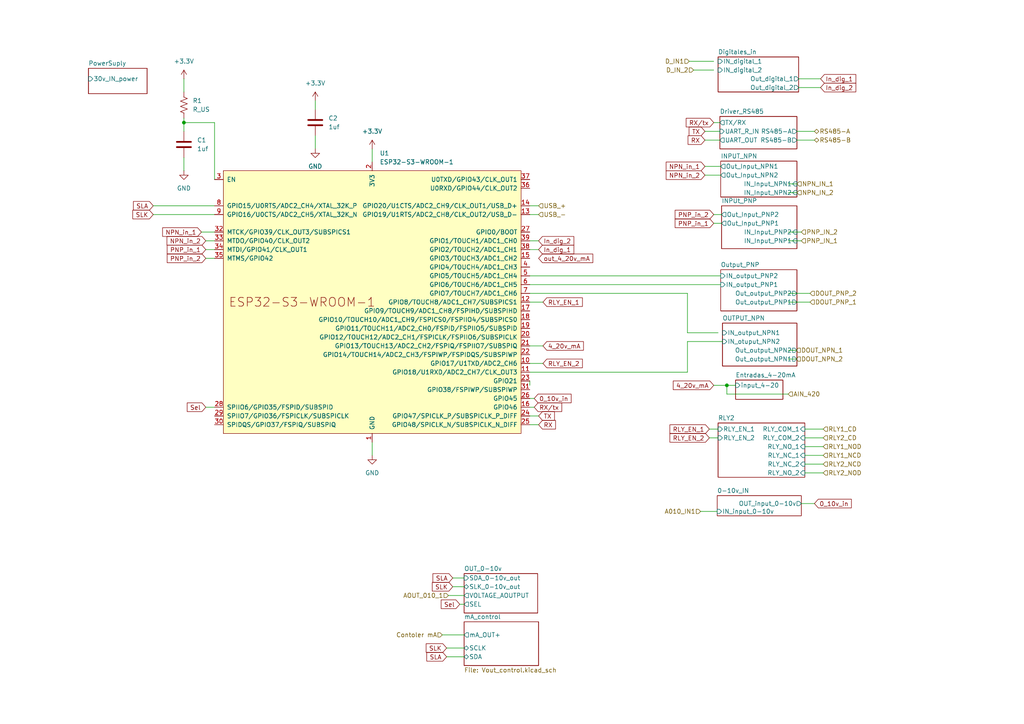
<source format=kicad_sch>
(kicad_sch
	(version 20250114)
	(generator "eeschema")
	(generator_version "9.0")
	(uuid "f979e933-804d-40be-b10f-ee25f17cf887")
	(paper "A4")
	(lib_symbols
		(symbol "Device:C"
			(pin_numbers
				(hide yes)
			)
			(pin_names
				(offset 0.254)
			)
			(exclude_from_sim no)
			(in_bom yes)
			(on_board yes)
			(property "Reference" "C"
				(at 0.635 2.54 0)
				(effects
					(font
						(size 1.27 1.27)
					)
					(justify left)
				)
			)
			(property "Value" "C"
				(at 0.635 -2.54 0)
				(effects
					(font
						(size 1.27 1.27)
					)
					(justify left)
				)
			)
			(property "Footprint" ""
				(at 0.9652 -3.81 0)
				(effects
					(font
						(size 1.27 1.27)
					)
					(hide yes)
				)
			)
			(property "Datasheet" "~"
				(at 0 0 0)
				(effects
					(font
						(size 1.27 1.27)
					)
					(hide yes)
				)
			)
			(property "Description" "Unpolarized capacitor"
				(at 0 0 0)
				(effects
					(font
						(size 1.27 1.27)
					)
					(hide yes)
				)
			)
			(property "ki_keywords" "cap capacitor"
				(at 0 0 0)
				(effects
					(font
						(size 1.27 1.27)
					)
					(hide yes)
				)
			)
			(property "ki_fp_filters" "C_*"
				(at 0 0 0)
				(effects
					(font
						(size 1.27 1.27)
					)
					(hide yes)
				)
			)
			(symbol "C_0_1"
				(polyline
					(pts
						(xy -2.032 0.762) (xy 2.032 0.762)
					)
					(stroke
						(width 0.508)
						(type default)
					)
					(fill
						(type none)
					)
				)
				(polyline
					(pts
						(xy -2.032 -0.762) (xy 2.032 -0.762)
					)
					(stroke
						(width 0.508)
						(type default)
					)
					(fill
						(type none)
					)
				)
			)
			(symbol "C_1_1"
				(pin passive line
					(at 0 3.81 270)
					(length 2.794)
					(name "~"
						(effects
							(font
								(size 1.27 1.27)
							)
						)
					)
					(number "1"
						(effects
							(font
								(size 1.27 1.27)
							)
						)
					)
				)
				(pin passive line
					(at 0 -3.81 90)
					(length 2.794)
					(name "~"
						(effects
							(font
								(size 1.27 1.27)
							)
						)
					)
					(number "2"
						(effects
							(font
								(size 1.27 1.27)
							)
						)
					)
				)
			)
			(embedded_fonts no)
		)
		(symbol "Device:R_US"
			(pin_numbers
				(hide yes)
			)
			(pin_names
				(offset 0)
			)
			(exclude_from_sim no)
			(in_bom yes)
			(on_board yes)
			(property "Reference" "R"
				(at 2.54 0 90)
				(effects
					(font
						(size 1.27 1.27)
					)
				)
			)
			(property "Value" "R_US"
				(at -2.54 0 90)
				(effects
					(font
						(size 1.27 1.27)
					)
				)
			)
			(property "Footprint" ""
				(at 1.016 -0.254 90)
				(effects
					(font
						(size 1.27 1.27)
					)
					(hide yes)
				)
			)
			(property "Datasheet" "~"
				(at 0 0 0)
				(effects
					(font
						(size 1.27 1.27)
					)
					(hide yes)
				)
			)
			(property "Description" "Resistor, US symbol"
				(at 0 0 0)
				(effects
					(font
						(size 1.27 1.27)
					)
					(hide yes)
				)
			)
			(property "ki_keywords" "R res resistor"
				(at 0 0 0)
				(effects
					(font
						(size 1.27 1.27)
					)
					(hide yes)
				)
			)
			(property "ki_fp_filters" "R_*"
				(at 0 0 0)
				(effects
					(font
						(size 1.27 1.27)
					)
					(hide yes)
				)
			)
			(symbol "R_US_0_1"
				(polyline
					(pts
						(xy 0 2.286) (xy 0 2.54)
					)
					(stroke
						(width 0)
						(type default)
					)
					(fill
						(type none)
					)
				)
				(polyline
					(pts
						(xy 0 2.286) (xy 1.016 1.905) (xy 0 1.524) (xy -1.016 1.143) (xy 0 0.762)
					)
					(stroke
						(width 0)
						(type default)
					)
					(fill
						(type none)
					)
				)
				(polyline
					(pts
						(xy 0 0.762) (xy 1.016 0.381) (xy 0 0) (xy -1.016 -0.381) (xy 0 -0.762)
					)
					(stroke
						(width 0)
						(type default)
					)
					(fill
						(type none)
					)
				)
				(polyline
					(pts
						(xy 0 -0.762) (xy 1.016 -1.143) (xy 0 -1.524) (xy -1.016 -1.905) (xy 0 -2.286)
					)
					(stroke
						(width 0)
						(type default)
					)
					(fill
						(type none)
					)
				)
				(polyline
					(pts
						(xy 0 -2.286) (xy 0 -2.54)
					)
					(stroke
						(width 0)
						(type default)
					)
					(fill
						(type none)
					)
				)
			)
			(symbol "R_US_1_1"
				(pin passive line
					(at 0 3.81 270)
					(length 1.27)
					(name "~"
						(effects
							(font
								(size 1.27 1.27)
							)
						)
					)
					(number "1"
						(effects
							(font
								(size 1.27 1.27)
							)
						)
					)
				)
				(pin passive line
					(at 0 -3.81 90)
					(length 1.27)
					(name "~"
						(effects
							(font
								(size 1.27 1.27)
							)
						)
					)
					(number "2"
						(effects
							(font
								(size 1.27 1.27)
							)
						)
					)
				)
			)
			(embedded_fonts no)
		)
		(symbol "PCM_Espressif:ESP32-S3-WROOM-1"
			(pin_names
				(offset 1.016)
			)
			(exclude_from_sim no)
			(in_bom yes)
			(on_board yes)
			(property "Reference" "U"
				(at -43.18 43.18 0)
				(effects
					(font
						(size 1.27 1.27)
					)
					(justify left)
				)
			)
			(property "Value" "ESP32-S3-WROOM-1"
				(at -43.18 40.64 0)
				(effects
					(font
						(size 1.27 1.27)
					)
					(justify left)
				)
			)
			(property "Footprint" "PCM_Espressif:ESP32-S3-WROOM-1"
				(at 2.54 -48.26 0)
				(effects
					(font
						(size 1.27 1.27)
					)
					(hide yes)
				)
			)
			(property "Datasheet" "https://www.espressif.com/sites/default/files/documentation/esp32-s3-wroom-1_wroom-1u_datasheet_en.pdf"
				(at 2.54 -50.8 0)
				(effects
					(font
						(size 1.27 1.27)
					)
					(hide yes)
				)
			)
			(property "Description" "2.4 GHz WiFi (802.11 b/g/n) and Bluetooth ® 5 (LE) module Built around ESP32S3 series of SoCs, Xtensa ® dualcore 32bit LX7 microprocessor Flash up to 16 MB, PSRAM up to 8 MB 36 GPIOs, rich set of peripherals Onboard PCB antenna"
				(at 0 0 0)
				(effects
					(font
						(size 1.27 1.27)
					)
					(hide yes)
				)
			)
			(symbol "ESP32-S3-WROOM-1_0_0"
				(text "ESP32-S3-WROOM-1"
					(at -20.32 0 0)
					(effects
						(font
							(size 2.54 2.54)
						)
					)
				)
				(pin input line
					(at -45.72 35.56 0)
					(length 2.54)
					(name "EN"
						(effects
							(font
								(size 1.27 1.27)
							)
						)
					)
					(number "3"
						(effects
							(font
								(size 1.27 1.27)
							)
						)
					)
				)
				(pin bidirectional line
					(at -45.72 27.94 0)
					(length 2.54)
					(name "GPIO15/U0RTS/ADC2_CH4/XTAL_32K_P"
						(effects
							(font
								(size 1.27 1.27)
							)
						)
					)
					(number "8"
						(effects
							(font
								(size 1.27 1.27)
							)
						)
					)
				)
				(pin bidirectional line
					(at -45.72 25.4 0)
					(length 2.54)
					(name "GPIO16/U0CTS/ADC2_CH5/XTAL_32K_N"
						(effects
							(font
								(size 1.27 1.27)
							)
						)
					)
					(number "9"
						(effects
							(font
								(size 1.27 1.27)
							)
						)
					)
				)
				(pin bidirectional line
					(at -45.72 20.32 0)
					(length 2.54)
					(name "MTCK/GPIO39/CLK_OUT3/SUBSPICS1"
						(effects
							(font
								(size 1.27 1.27)
							)
						)
					)
					(number "32"
						(effects
							(font
								(size 1.27 1.27)
							)
						)
					)
				)
				(pin bidirectional line
					(at -45.72 17.78 0)
					(length 2.54)
					(name "MTDO/GPIO40/CLK_OUT2"
						(effects
							(font
								(size 1.27 1.27)
							)
						)
					)
					(number "33"
						(effects
							(font
								(size 1.27 1.27)
							)
						)
					)
				)
				(pin bidirectional line
					(at -45.72 15.24 0)
					(length 2.54)
					(name "MTDI/GPIO41/CLK_OUT1"
						(effects
							(font
								(size 1.27 1.27)
							)
						)
					)
					(number "34"
						(effects
							(font
								(size 1.27 1.27)
							)
						)
					)
				)
				(pin bidirectional line
					(at -45.72 12.7 0)
					(length 2.54)
					(name "MTMS/GPIO42"
						(effects
							(font
								(size 1.27 1.27)
							)
						)
					)
					(number "35"
						(effects
							(font
								(size 1.27 1.27)
							)
						)
					)
				)
				(pin bidirectional line
					(at -45.72 -30.48 0)
					(length 2.54)
					(name "SPIIO6/GPIO35/FSPID/SUBSPID"
						(effects
							(font
								(size 1.27 1.27)
							)
						)
					)
					(number "28"
						(effects
							(font
								(size 1.27 1.27)
							)
						)
					)
				)
				(pin bidirectional line
					(at -45.72 -33.02 0)
					(length 2.54)
					(name "SPIIO7/GPIO36/FSPICLK/SUBSPICLK"
						(effects
							(font
								(size 1.27 1.27)
							)
						)
					)
					(number "29"
						(effects
							(font
								(size 1.27 1.27)
							)
						)
					)
				)
				(pin bidirectional line
					(at -45.72 -35.56 0)
					(length 2.54)
					(name "SPIDQS/GPIO37/FSPIQ/SUBSPIQ"
						(effects
							(font
								(size 1.27 1.27)
							)
						)
					)
					(number "30"
						(effects
							(font
								(size 1.27 1.27)
							)
						)
					)
				)
				(pin power_in line
					(at 0 40.64 270)
					(length 2.54)
					(name "3V3"
						(effects
							(font
								(size 1.27 1.27)
							)
						)
					)
					(number "2"
						(effects
							(font
								(size 1.27 1.27)
							)
						)
					)
				)
				(pin power_in line
					(at 0 -40.64 90)
					(length 2.54)
					(name "GND"
						(effects
							(font
								(size 1.27 1.27)
							)
						)
					)
					(number "1"
						(effects
							(font
								(size 1.27 1.27)
							)
						)
					)
				)
				(pin passive line
					(at 0 -40.64 90)
					(length 2.54)
					(hide yes)
					(name "GND"
						(effects
							(font
								(size 1.27 1.27)
							)
						)
					)
					(number "40"
						(effects
							(font
								(size 1.27 1.27)
							)
						)
					)
				)
				(pin passive line
					(at 0 -40.64 90)
					(length 2.54)
					(hide yes)
					(name "GND"
						(effects
							(font
								(size 1.27 1.27)
							)
						)
					)
					(number "41"
						(effects
							(font
								(size 1.27 1.27)
							)
						)
					)
				)
				(pin bidirectional line
					(at 45.72 35.56 180)
					(length 2.54)
					(name "U0TXD/GPIO43/CLK_OUT1"
						(effects
							(font
								(size 1.27 1.27)
							)
						)
					)
					(number "37"
						(effects
							(font
								(size 1.27 1.27)
							)
						)
					)
				)
				(pin bidirectional line
					(at 45.72 33.02 180)
					(length 2.54)
					(name "U0RXD/GPIO44/CLK_OUT2"
						(effects
							(font
								(size 1.27 1.27)
							)
						)
					)
					(number "36"
						(effects
							(font
								(size 1.27 1.27)
							)
						)
					)
				)
				(pin bidirectional line
					(at 45.72 27.94 180)
					(length 2.54)
					(name "GPIO20/U1CTS/ADC2_CH9/CLK_OUT1/USB_D+"
						(effects
							(font
								(size 1.27 1.27)
							)
						)
					)
					(number "14"
						(effects
							(font
								(size 1.27 1.27)
							)
						)
					)
				)
				(pin bidirectional line
					(at 45.72 25.4 180)
					(length 2.54)
					(name "GPIO19/U1RTS/ADC2_CH8/CLK_OUT2/USB_D-"
						(effects
							(font
								(size 1.27 1.27)
							)
						)
					)
					(number "13"
						(effects
							(font
								(size 1.27 1.27)
							)
						)
					)
				)
				(pin bidirectional line
					(at 45.72 20.32 180)
					(length 2.54)
					(name "GPIO0/BOOT"
						(effects
							(font
								(size 1.27 1.27)
							)
						)
					)
					(number "27"
						(effects
							(font
								(size 1.27 1.27)
							)
						)
					)
				)
				(pin bidirectional line
					(at 45.72 17.78 180)
					(length 2.54)
					(name "GPIO1/TOUCH1/ADC1_CH0"
						(effects
							(font
								(size 1.27 1.27)
							)
						)
					)
					(number "39"
						(effects
							(font
								(size 1.27 1.27)
							)
						)
					)
				)
				(pin bidirectional line
					(at 45.72 15.24 180)
					(length 2.54)
					(name "GPIO2/TOUCH2/ADC1_CH1"
						(effects
							(font
								(size 1.27 1.27)
							)
						)
					)
					(number "38"
						(effects
							(font
								(size 1.27 1.27)
							)
						)
					)
				)
				(pin bidirectional line
					(at 45.72 12.7 180)
					(length 2.54)
					(name "GPIO3/TOUCH3/ADC1_CH2"
						(effects
							(font
								(size 1.27 1.27)
							)
						)
					)
					(number "15"
						(effects
							(font
								(size 1.27 1.27)
							)
						)
					)
				)
				(pin bidirectional line
					(at 45.72 10.16 180)
					(length 2.54)
					(name "GPIO4/TOUCH4/ADC1_CH3"
						(effects
							(font
								(size 1.27 1.27)
							)
						)
					)
					(number "4"
						(effects
							(font
								(size 1.27 1.27)
							)
						)
					)
				)
				(pin bidirectional line
					(at 45.72 7.62 180)
					(length 2.54)
					(name "GPIO5/TOUCH5/ADC1_CH4"
						(effects
							(font
								(size 1.27 1.27)
							)
						)
					)
					(number "5"
						(effects
							(font
								(size 1.27 1.27)
							)
						)
					)
				)
				(pin bidirectional line
					(at 45.72 5.08 180)
					(length 2.54)
					(name "GPIO6/TOUCH6/ADC1_CH5"
						(effects
							(font
								(size 1.27 1.27)
							)
						)
					)
					(number "6"
						(effects
							(font
								(size 1.27 1.27)
							)
						)
					)
				)
				(pin bidirectional line
					(at 45.72 2.54 180)
					(length 2.54)
					(name "GPIO7/TOUCH7/ADC1_CH6"
						(effects
							(font
								(size 1.27 1.27)
							)
						)
					)
					(number "7"
						(effects
							(font
								(size 1.27 1.27)
							)
						)
					)
				)
				(pin bidirectional line
					(at 45.72 0 180)
					(length 2.54)
					(name "GPIO8/TOUCH8/ADC1_CH7/SUBSPICS1"
						(effects
							(font
								(size 1.27 1.27)
							)
						)
					)
					(number "12"
						(effects
							(font
								(size 1.27 1.27)
							)
						)
					)
				)
				(pin bidirectional line
					(at 45.72 -2.54 180)
					(length 2.54)
					(name "GPIO9/TOUCH9/ADC1_CH8/FSPIHD/SUBSPIHD"
						(effects
							(font
								(size 1.27 1.27)
							)
						)
					)
					(number "17"
						(effects
							(font
								(size 1.27 1.27)
							)
						)
					)
				)
				(pin bidirectional line
					(at 45.72 -5.08 180)
					(length 2.54)
					(name "GPIO10/TOUCH10/ADC1_CH9/FSPICS0/FSPIIO4/SUBSPICS0"
						(effects
							(font
								(size 1.27 1.27)
							)
						)
					)
					(number "18"
						(effects
							(font
								(size 1.27 1.27)
							)
						)
					)
				)
				(pin bidirectional line
					(at 45.72 -7.62 180)
					(length 2.54)
					(name "GPIO11/TOUCH11/ADC2_CH0/FSPID/FSPIIO5/SUBSPID"
						(effects
							(font
								(size 1.27 1.27)
							)
						)
					)
					(number "19"
						(effects
							(font
								(size 1.27 1.27)
							)
						)
					)
				)
				(pin bidirectional line
					(at 45.72 -10.16 180)
					(length 2.54)
					(name "GPIO12/TOUCH12/ADC2_CH1/FSPICLK/FSPIIO6/SUBSPICLK"
						(effects
							(font
								(size 1.27 1.27)
							)
						)
					)
					(number "20"
						(effects
							(font
								(size 1.27 1.27)
							)
						)
					)
				)
				(pin bidirectional line
					(at 45.72 -12.7 180)
					(length 2.54)
					(name "GPIO13/TOUCH13/ADC2_CH2/FSPIQ/FSPIIO7/SUBSPIQ"
						(effects
							(font
								(size 1.27 1.27)
							)
						)
					)
					(number "21"
						(effects
							(font
								(size 1.27 1.27)
							)
						)
					)
				)
				(pin bidirectional line
					(at 45.72 -15.24 180)
					(length 2.54)
					(name "GPIO14/TOUCH14/ADC2_CH3/FSPIWP/FSPIDQS/SUBSPIWP"
						(effects
							(font
								(size 1.27 1.27)
							)
						)
					)
					(number "22"
						(effects
							(font
								(size 1.27 1.27)
							)
						)
					)
				)
				(pin bidirectional line
					(at 45.72 -17.78 180)
					(length 2.54)
					(name "GPIO17/U1TXD/ADC2_CH6"
						(effects
							(font
								(size 1.27 1.27)
							)
						)
					)
					(number "10"
						(effects
							(font
								(size 1.27 1.27)
							)
						)
					)
				)
				(pin bidirectional line
					(at 45.72 -20.32 180)
					(length 2.54)
					(name "GPIO18/U1RXD/ADC2_CH7/CLK_OUT3"
						(effects
							(font
								(size 1.27 1.27)
							)
						)
					)
					(number "11"
						(effects
							(font
								(size 1.27 1.27)
							)
						)
					)
				)
				(pin bidirectional line
					(at 45.72 -22.86 180)
					(length 2.54)
					(name "GPIO21"
						(effects
							(font
								(size 1.27 1.27)
							)
						)
					)
					(number "23"
						(effects
							(font
								(size 1.27 1.27)
							)
						)
					)
				)
				(pin bidirectional line
					(at 45.72 -25.4 180)
					(length 2.54)
					(name "GPIO38/FSPIWP/SUBSPIWP"
						(effects
							(font
								(size 1.27 1.27)
							)
						)
					)
					(number "31"
						(effects
							(font
								(size 1.27 1.27)
							)
						)
					)
				)
				(pin bidirectional line
					(at 45.72 -27.94 180)
					(length 2.54)
					(name "GPIO45"
						(effects
							(font
								(size 1.27 1.27)
							)
						)
					)
					(number "26"
						(effects
							(font
								(size 1.27 1.27)
							)
						)
					)
				)
				(pin bidirectional line
					(at 45.72 -30.48 180)
					(length 2.54)
					(name "GPIO46"
						(effects
							(font
								(size 1.27 1.27)
							)
						)
					)
					(number "16"
						(effects
							(font
								(size 1.27 1.27)
							)
						)
					)
				)
				(pin bidirectional line
					(at 45.72 -33.02 180)
					(length 2.54)
					(name "GPIO47/SPICLK_P/SUBSPICLK_P_DIFF"
						(effects
							(font
								(size 1.27 1.27)
							)
						)
					)
					(number "24"
						(effects
							(font
								(size 1.27 1.27)
							)
						)
					)
				)
				(pin bidirectional line
					(at 45.72 -35.56 180)
					(length 2.54)
					(name "GPIO48/SPICLK_N/SUBSPICLK_N_DIFF"
						(effects
							(font
								(size 1.27 1.27)
							)
						)
					)
					(number "25"
						(effects
							(font
								(size 1.27 1.27)
							)
						)
					)
				)
			)
			(symbol "ESP32-S3-WROOM-1_0_1"
				(rectangle
					(start -43.18 38.1)
					(end 43.18 -38.1)
					(stroke
						(width 0)
						(type default)
					)
					(fill
						(type background)
					)
				)
			)
			(embedded_fonts no)
		)
		(symbol "power:+3.3V"
			(power)
			(pin_numbers
				(hide yes)
			)
			(pin_names
				(offset 0)
				(hide yes)
			)
			(exclude_from_sim no)
			(in_bom yes)
			(on_board yes)
			(property "Reference" "#PWR"
				(at 0 -3.81 0)
				(effects
					(font
						(size 1.27 1.27)
					)
					(hide yes)
				)
			)
			(property "Value" "+3.3V"
				(at 0 3.556 0)
				(effects
					(font
						(size 1.27 1.27)
					)
				)
			)
			(property "Footprint" ""
				(at 0 0 0)
				(effects
					(font
						(size 1.27 1.27)
					)
					(hide yes)
				)
			)
			(property "Datasheet" ""
				(at 0 0 0)
				(effects
					(font
						(size 1.27 1.27)
					)
					(hide yes)
				)
			)
			(property "Description" "Power symbol creates a global label with name \"+3.3V\""
				(at 0 0 0)
				(effects
					(font
						(size 1.27 1.27)
					)
					(hide yes)
				)
			)
			(property "ki_keywords" "global power"
				(at 0 0 0)
				(effects
					(font
						(size 1.27 1.27)
					)
					(hide yes)
				)
			)
			(symbol "+3.3V_0_1"
				(polyline
					(pts
						(xy -0.762 1.27) (xy 0 2.54)
					)
					(stroke
						(width 0)
						(type default)
					)
					(fill
						(type none)
					)
				)
				(polyline
					(pts
						(xy 0 2.54) (xy 0.762 1.27)
					)
					(stroke
						(width 0)
						(type default)
					)
					(fill
						(type none)
					)
				)
				(polyline
					(pts
						(xy 0 0) (xy 0 2.54)
					)
					(stroke
						(width 0)
						(type default)
					)
					(fill
						(type none)
					)
				)
			)
			(symbol "+3.3V_1_1"
				(pin power_in line
					(at 0 0 90)
					(length 0)
					(name "~"
						(effects
							(font
								(size 1.27 1.27)
							)
						)
					)
					(number "1"
						(effects
							(font
								(size 1.27 1.27)
							)
						)
					)
				)
			)
			(embedded_fonts no)
		)
		(symbol "power:GND"
			(power)
			(pin_numbers
				(hide yes)
			)
			(pin_names
				(offset 0)
				(hide yes)
			)
			(exclude_from_sim no)
			(in_bom yes)
			(on_board yes)
			(property "Reference" "#PWR"
				(at 0 -6.35 0)
				(effects
					(font
						(size 1.27 1.27)
					)
					(hide yes)
				)
			)
			(property "Value" "GND"
				(at 0 -3.81 0)
				(effects
					(font
						(size 1.27 1.27)
					)
				)
			)
			(property "Footprint" ""
				(at 0 0 0)
				(effects
					(font
						(size 1.27 1.27)
					)
					(hide yes)
				)
			)
			(property "Datasheet" ""
				(at 0 0 0)
				(effects
					(font
						(size 1.27 1.27)
					)
					(hide yes)
				)
			)
			(property "Description" "Power symbol creates a global label with name \"GND\" , ground"
				(at 0 0 0)
				(effects
					(font
						(size 1.27 1.27)
					)
					(hide yes)
				)
			)
			(property "ki_keywords" "global power"
				(at 0 0 0)
				(effects
					(font
						(size 1.27 1.27)
					)
					(hide yes)
				)
			)
			(symbol "GND_0_1"
				(polyline
					(pts
						(xy 0 0) (xy 0 -1.27) (xy 1.27 -1.27) (xy 0 -2.54) (xy -1.27 -1.27) (xy 0 -1.27)
					)
					(stroke
						(width 0)
						(type default)
					)
					(fill
						(type none)
					)
				)
			)
			(symbol "GND_1_1"
				(pin power_in line
					(at 0 0 270)
					(length 0)
					(name "~"
						(effects
							(font
								(size 1.27 1.27)
							)
						)
					)
					(number "1"
						(effects
							(font
								(size 1.27 1.27)
							)
						)
					)
				)
			)
			(embedded_fonts no)
		)
	)
	(junction
		(at 53.34 35.56)
		(diameter 0)
		(color 0 0 0 0)
		(uuid "01513719-d812-49cc-9465-2d2668fdd495")
	)
	(junction
		(at 210.82 111.76)
		(diameter 0)
		(color 0 0 0 0)
		(uuid "5308cc64-21b9-4668-87ff-c12ca18112e9")
	)
	(wire
		(pts
			(xy 207.01 64.77) (xy 209.296 64.77)
		)
		(stroke
			(width 0)
			(type default)
		)
		(uuid "012304e2-b93d-4548-a33a-c1df71841715")
	)
	(wire
		(pts
			(xy 129.54 187.96) (xy 134.62 187.96)
		)
		(stroke
			(width 0)
			(type default)
		)
		(uuid "019dde12-6ccf-4a2d-a557-3de2c525908c")
	)
	(wire
		(pts
			(xy 233.426 124.46) (xy 238.76 124.46)
		)
		(stroke
			(width 0)
			(type default)
		)
		(uuid "0e60d6f7-f0da-41db-825d-dc8deee929cb")
	)
	(wire
		(pts
			(xy 153.67 105.41) (xy 157.48 105.41)
		)
		(stroke
			(width 0)
			(type default)
		)
		(uuid "0e9fee31-1d4d-4bf2-802c-e73100404d97")
	)
	(wire
		(pts
			(xy 228.6 85.09) (xy 234.95 85.09)
		)
		(stroke
			(width 0)
			(type default)
		)
		(uuid "102e55ca-8e05-4ca7-b076-987fed25f689")
	)
	(wire
		(pts
			(xy 131.318 167.64) (xy 134.62 167.64)
		)
		(stroke
			(width 0)
			(type default)
		)
		(uuid "14efccf4-dcbc-4d7a-9900-f5442d5c7539")
	)
	(wire
		(pts
			(xy 153.67 85.09) (xy 199.39 85.09)
		)
		(stroke
			(width 0)
			(type default)
		)
		(uuid "1922a629-7c2e-4083-8727-07524c06a8f1")
	)
	(wire
		(pts
			(xy 153.67 107.95) (xy 199.39 107.95)
		)
		(stroke
			(width 0)
			(type default)
		)
		(uuid "1ab5038a-5b73-4049-9996-70829c882574")
	)
	(wire
		(pts
			(xy 207.01 62.23) (xy 209.296 62.23)
		)
		(stroke
			(width 0)
			(type default)
		)
		(uuid "1b7e4944-06fd-48cf-9ba1-722440c59144")
	)
	(wire
		(pts
			(xy 205.74 124.46) (xy 208.28 124.46)
		)
		(stroke
			(width 0)
			(type default)
		)
		(uuid "21ae4658-60fa-436e-bdee-5781ef51b9b8")
	)
	(wire
		(pts
			(xy 228.6 53.34) (xy 231.14 53.34)
		)
		(stroke
			(width 0)
			(type default)
		)
		(uuid "234d3f82-99af-44a0-8c9e-c88110707db4")
	)
	(wire
		(pts
			(xy 153.67 118.11) (xy 154.94 118.11)
		)
		(stroke
			(width 0)
			(type default)
		)
		(uuid "25caa629-f528-4794-bfc1-007721e1b666")
	)
	(wire
		(pts
			(xy 228.6 114.3) (xy 210.82 114.3)
		)
		(stroke
			(width 0)
			(type default)
		)
		(uuid "27a83129-0b06-4ac3-ba6a-164607a69efb")
	)
	(wire
		(pts
			(xy 231.648 22.86) (xy 237.998 22.86)
		)
		(stroke
			(width 0)
			(type default)
		)
		(uuid "2a93b850-1a03-44c9-87ad-74a5479fd03f")
	)
	(wire
		(pts
			(xy 153.67 115.57) (xy 154.94 115.57)
		)
		(stroke
			(width 0)
			(type default)
		)
		(uuid "2aac2a7b-4292-4172-958c-2f714ff94263")
	)
	(wire
		(pts
			(xy 133.35 175.26) (xy 134.62 175.26)
		)
		(stroke
			(width 0)
			(type default)
		)
		(uuid "2d5de6dd-4967-45fb-a307-02d361cccf16")
	)
	(wire
		(pts
			(xy 203.2 148.336) (xy 208.026 148.336)
		)
		(stroke
			(width 0)
			(type default)
		)
		(uuid "2d6fdc9f-13b2-4bbe-8a22-0c6a338c34e8")
	)
	(wire
		(pts
			(xy 53.34 35.56) (xy 53.34 38.1)
		)
		(stroke
			(width 0)
			(type default)
		)
		(uuid "2e0fc321-bff8-4ed3-8e93-efe14ebebe5b")
	)
	(wire
		(pts
			(xy 62.23 35.56) (xy 53.34 35.56)
		)
		(stroke
			(width 0)
			(type default)
		)
		(uuid "318da6d4-a220-4367-8d3a-e21822e3f5ae")
	)
	(wire
		(pts
			(xy 153.67 80.01) (xy 209.042 80.01)
		)
		(stroke
			(width 0)
			(type default)
		)
		(uuid "3341c7d3-63f8-4f46-a55d-d0537126f584")
	)
	(wire
		(pts
			(xy 153.67 100.33) (xy 157.48 100.33)
		)
		(stroke
			(width 0)
			(type default)
		)
		(uuid "33b80382-13bd-4bf1-94a9-9c085ea0a3da")
	)
	(wire
		(pts
			(xy 228.6 104.14) (xy 230.886 104.14)
		)
		(stroke
			(width 0)
			(type default)
		)
		(uuid "35ff120d-430c-4f54-945f-41b20fe4de1b")
	)
	(wire
		(pts
			(xy 207.01 35.56) (xy 208.788 35.56)
		)
		(stroke
			(width 0)
			(type default)
		)
		(uuid "39a562b5-aa4e-4ce2-a249-e8c35d934498")
	)
	(wire
		(pts
			(xy 134.62 190.5) (xy 129.54 190.5)
		)
		(stroke
			(width 0)
			(type default)
		)
		(uuid "4005d83b-3df5-48e5-89ea-64ba3541b8ff")
	)
	(wire
		(pts
			(xy 231.14 40.64) (xy 236.22 40.64)
		)
		(stroke
			(width 0)
			(type default)
		)
		(uuid "40fc9187-d40f-47bc-ad01-8fbbf90b94e4")
	)
	(wire
		(pts
			(xy 107.95 128.27) (xy 107.95 132.08)
		)
		(stroke
			(width 0)
			(type default)
		)
		(uuid "4eb08ed6-8c24-4c4d-baed-773f9ff4d738")
	)
	(wire
		(pts
			(xy 231.648 25.4) (xy 237.998 25.4)
		)
		(stroke
			(width 0)
			(type default)
		)
		(uuid "52e396f4-364e-41ba-9ae7-81415f4edd88")
	)
	(wire
		(pts
			(xy 153.67 62.23) (xy 156.21 62.23)
		)
		(stroke
			(width 0)
			(type default)
		)
		(uuid "5343a360-2ec8-456f-b8dc-980e0dd47de6")
	)
	(wire
		(pts
			(xy 204.47 40.64) (xy 208.788 40.64)
		)
		(stroke
			(width 0)
			(type default)
		)
		(uuid "5a32ba60-41be-4be5-acf8-55c907ccbb65")
	)
	(wire
		(pts
			(xy 59.69 74.93) (xy 62.23 74.93)
		)
		(stroke
			(width 0)
			(type default)
		)
		(uuid "5ed80c3d-481a-4cea-98ad-5a9a7eb0b89f")
	)
	(wire
		(pts
			(xy 153.67 72.39) (xy 156.21 72.39)
		)
		(stroke
			(width 0)
			(type default)
		)
		(uuid "62136cb9-35df-4c56-b727-841eb4900c8a")
	)
	(wire
		(pts
			(xy 153.67 59.69) (xy 156.21 59.69)
		)
		(stroke
			(width 0)
			(type default)
		)
		(uuid "628c5f41-7b48-4962-95c2-2248ad00877a")
	)
	(wire
		(pts
			(xy 231.14 38.1) (xy 236.22 38.1)
		)
		(stroke
			(width 0)
			(type default)
		)
		(uuid "63f1047b-4ee6-4a6a-9105-5550ca1e55b6")
	)
	(wire
		(pts
			(xy 153.67 123.19) (xy 156.21 123.19)
		)
		(stroke
			(width 0)
			(type default)
		)
		(uuid "73b4a3f0-27a1-42a1-99d0-a6160a9b8023")
	)
	(wire
		(pts
			(xy 210.82 111.76) (xy 213.36 111.76)
		)
		(stroke
			(width 0)
			(type default)
		)
		(uuid "791ea754-2229-4162-afa5-4af9422ceacb")
	)
	(wire
		(pts
			(xy 53.34 34.29) (xy 53.34 35.56)
		)
		(stroke
			(width 0)
			(type default)
		)
		(uuid "7d319066-2b07-43b0-a884-349d6c60acd3")
	)
	(wire
		(pts
			(xy 228.6 87.63) (xy 234.95 87.63)
		)
		(stroke
			(width 0)
			(type default)
		)
		(uuid "8a466ad3-dab2-4d85-93cb-b39b37fe6118")
	)
	(wire
		(pts
			(xy 199.898 17.78) (xy 207.01 17.78)
		)
		(stroke
			(width 0)
			(type default)
		)
		(uuid "91b0ef0a-cfa6-44b0-aeff-f9533c5dd134")
	)
	(wire
		(pts
			(xy 209.55 99.06) (xy 199.39 99.06)
		)
		(stroke
			(width 0)
			(type default)
		)
		(uuid "97a092ba-8c24-48f5-8b45-5c0b2bbf2137")
	)
	(wire
		(pts
			(xy 207.01 111.76) (xy 210.82 111.76)
		)
		(stroke
			(width 0)
			(type default)
		)
		(uuid "99ffa694-3826-47ec-acb8-d664e774e1b1")
	)
	(wire
		(pts
			(xy 228.6 101.6) (xy 230.886 101.6)
		)
		(stroke
			(width 0)
			(type default)
		)
		(uuid "9f8bafe3-9007-41ee-a227-a7df4d55b576")
	)
	(wire
		(pts
			(xy 153.67 82.55) (xy 209.042 82.55)
		)
		(stroke
			(width 0)
			(type default)
		)
		(uuid "a1102e61-5e35-49dc-af1d-7edaf627cacd")
	)
	(wire
		(pts
			(xy 233.426 134.62) (xy 238.76 134.62)
		)
		(stroke
			(width 0)
			(type default)
		)
		(uuid "a2887a1c-653c-403c-bd21-2bbbbff75956")
	)
	(wire
		(pts
			(xy 201.168 20.32) (xy 207.01 20.32)
		)
		(stroke
			(width 0)
			(type default)
		)
		(uuid "a51acdf9-610e-4d48-95fb-4bfef75452ec")
	)
	(wire
		(pts
			(xy 204.47 48.26) (xy 209.042 48.26)
		)
		(stroke
			(width 0)
			(type default)
		)
		(uuid "ad63e170-8162-4b72-86ff-a8473dfbeba0")
	)
	(wire
		(pts
			(xy 233.426 127) (xy 238.76 127)
		)
		(stroke
			(width 0)
			(type default)
		)
		(uuid "b11260f0-96e9-42f5-a59e-38370136f417")
	)
	(wire
		(pts
			(xy 204.47 50.8) (xy 209.042 50.8)
		)
		(stroke
			(width 0)
			(type default)
		)
		(uuid "b29c54fb-8fb5-49fd-8aac-7c1d10c62914")
	)
	(wire
		(pts
			(xy 228.6 55.88) (xy 231.14 55.88)
		)
		(stroke
			(width 0)
			(type default)
		)
		(uuid "b3c3a74c-7e3e-4866-9dc4-bfb59e2d4a12")
	)
	(wire
		(pts
			(xy 153.67 120.65) (xy 156.21 120.65)
		)
		(stroke
			(width 0)
			(type default)
		)
		(uuid "b4bc38ff-d2d4-4f58-8f1a-8408ff4c73e7")
	)
	(wire
		(pts
			(xy 153.67 69.85) (xy 156.21 69.85)
		)
		(stroke
			(width 0)
			(type default)
		)
		(uuid "b524d4ef-bba2-472c-a6c9-d4a7e14f79d5")
	)
	(wire
		(pts
			(xy 233.426 132.08) (xy 238.76 132.08)
		)
		(stroke
			(width 0)
			(type default)
		)
		(uuid "b916bcac-3221-494c-ad71-d5f69021ad41")
	)
	(wire
		(pts
			(xy 59.69 69.85) (xy 62.23 69.85)
		)
		(stroke
			(width 0)
			(type default)
		)
		(uuid "bb3e4fd1-a25a-49e7-bdac-fc8889c3631e")
	)
	(wire
		(pts
			(xy 233.426 137.16) (xy 238.76 137.16)
		)
		(stroke
			(width 0)
			(type default)
		)
		(uuid "bd6267a7-f16a-4c12-b51a-d58a963d5dae")
	)
	(wire
		(pts
			(xy 131.318 170.18) (xy 134.62 170.18)
		)
		(stroke
			(width 0)
			(type default)
		)
		(uuid "bd7b1d89-07c1-41c5-89a4-6d8104b98548")
	)
	(wire
		(pts
			(xy 228.6 67.31) (xy 232.41 67.31)
		)
		(stroke
			(width 0)
			(type default)
		)
		(uuid "bfa4a1e4-298c-4562-b05e-e0e0d2b40694")
	)
	(wire
		(pts
			(xy 59.69 118.11) (xy 62.23 118.11)
		)
		(stroke
			(width 0)
			(type default)
		)
		(uuid "c401b151-ba1c-491b-b006-90f177460643")
	)
	(wire
		(pts
			(xy 153.67 111.76) (xy 153.67 110.49)
		)
		(stroke
			(width 0)
			(type default)
		)
		(uuid "c92ca202-7a15-4e90-960c-704d5ca51db6")
	)
	(wire
		(pts
			(xy 228.6 69.85) (xy 232.41 69.85)
		)
		(stroke
			(width 0)
			(type default)
		)
		(uuid "cdd41cb1-f37d-4072-b868-a57d91d15f29")
	)
	(wire
		(pts
			(xy 128.27 184.15) (xy 134.62 184.15)
		)
		(stroke
			(width 0)
			(type default)
		)
		(uuid "d0f8a7e2-4bb9-45f8-9126-e4a9aee1b453")
	)
	(wire
		(pts
			(xy 91.44 39.37) (xy 91.44 43.18)
		)
		(stroke
			(width 0)
			(type default)
		)
		(uuid "d1d62dd2-b9c2-4e81-a66b-a5eda375e6a9")
	)
	(wire
		(pts
			(xy 210.82 111.76) (xy 210.82 114.3)
		)
		(stroke
			(width 0)
			(type default)
		)
		(uuid "d201eda6-f2cf-4669-bb70-b970506e6efa")
	)
	(wire
		(pts
			(xy 130.048 172.72) (xy 134.62 172.72)
		)
		(stroke
			(width 0)
			(type default)
		)
		(uuid "d2b03a64-4da5-4e01-89eb-ee54c76d6877")
	)
	(wire
		(pts
			(xy 53.34 22.86) (xy 53.34 26.67)
		)
		(stroke
			(width 0)
			(type default)
		)
		(uuid "d380735d-19fc-4ce9-bdfd-713e74c5d0cf")
	)
	(wire
		(pts
			(xy 233.426 129.54) (xy 238.76 129.54)
		)
		(stroke
			(width 0)
			(type default)
		)
		(uuid "d3b11e78-a927-45fe-a928-3d9cdc636172")
	)
	(wire
		(pts
			(xy 91.44 29.21) (xy 91.44 31.75)
		)
		(stroke
			(width 0)
			(type default)
		)
		(uuid "d4eedb5c-9715-46b0-ac5a-ae7281d05fe1")
	)
	(wire
		(pts
			(xy 44.45 62.23) (xy 62.23 62.23)
		)
		(stroke
			(width 0)
			(type default)
		)
		(uuid "d9f728ca-2d87-4998-a314-c5f6f7841932")
	)
	(wire
		(pts
			(xy 204.47 38.1) (xy 208.788 38.1)
		)
		(stroke
			(width 0)
			(type default)
		)
		(uuid "daa014bb-fd99-477b-abdd-779ff3fa20e9")
	)
	(wire
		(pts
			(xy 199.39 99.06) (xy 199.39 107.95)
		)
		(stroke
			(width 0)
			(type default)
		)
		(uuid "dd482ae5-ad01-4148-bbae-4b2c9364d453")
	)
	(wire
		(pts
			(xy 205.74 127) (xy 208.28 127)
		)
		(stroke
			(width 0)
			(type default)
		)
		(uuid "e1115df8-a138-4aea-a128-f83e6054618d")
	)
	(wire
		(pts
			(xy 232.41 146.05) (xy 236.22 146.05)
		)
		(stroke
			(width 0)
			(type default)
		)
		(uuid "e22ae043-160d-407d-ae51-5ea64f027c39")
	)
	(wire
		(pts
			(xy 199.39 85.09) (xy 199.39 96.52)
		)
		(stroke
			(width 0)
			(type default)
		)
		(uuid "e2c4b174-4675-4c23-a0b9-9a4fb7d6e769")
	)
	(wire
		(pts
			(xy 153.67 87.63) (xy 157.48 87.63)
		)
		(stroke
			(width 0)
			(type default)
		)
		(uuid "e5ef4db0-8559-4a6b-9c5b-8fade6e9dc3e")
	)
	(wire
		(pts
			(xy 59.69 72.39) (xy 62.23 72.39)
		)
		(stroke
			(width 0)
			(type default)
		)
		(uuid "e67ba26a-7b4b-4163-a426-0cd0888a6336")
	)
	(wire
		(pts
			(xy 58.42 67.31) (xy 62.23 67.31)
		)
		(stroke
			(width 0)
			(type default)
		)
		(uuid "ef867d00-6c26-453b-a03d-9897d79b2f1c")
	)
	(wire
		(pts
			(xy 62.23 35.56) (xy 62.23 52.07)
		)
		(stroke
			(width 0)
			(type default)
		)
		(uuid "f6064ca8-4004-4d7e-94f6-905af36ad6d6")
	)
	(wire
		(pts
			(xy 199.39 96.52) (xy 208.28 96.52)
		)
		(stroke
			(width 0)
			(type default)
		)
		(uuid "f89f9cf8-7d3f-4346-bc69-5feea7474e38")
	)
	(wire
		(pts
			(xy 107.95 43.18) (xy 107.95 46.99)
		)
		(stroke
			(width 0)
			(type default)
		)
		(uuid "f9f0f29d-4e72-45c0-b136-6552528a414b")
	)
	(wire
		(pts
			(xy 44.45 59.69) (xy 62.23 59.69)
		)
		(stroke
			(width 0)
			(type default)
		)
		(uuid "fe98274e-87a4-4084-baef-b50a4c4024de")
	)
	(wire
		(pts
			(xy 53.34 45.72) (xy 53.34 49.53)
		)
		(stroke
			(width 0)
			(type default)
		)
		(uuid "ff29c954-f625-462f-b1c9-92c7bb0670c3")
	)
	(global_label "PNP_in_1"
		(shape input)
		(at 59.69 72.39 180)
		(fields_autoplaced yes)
		(effects
			(font
				(size 1.27 1.27)
			)
			(justify right)
		)
		(uuid "01fad7a9-9f48-4ff4-8495-7d420794001f")
		(property "Intersheetrefs" "${INTERSHEET_REFS}"
			(at 47.9358 72.39 0)
			(effects
				(font
					(size 1.27 1.27)
				)
				(justify right)
				(hide yes)
			)
		)
	)
	(global_label "RX"
		(shape input)
		(at 156.21 123.19 0)
		(fields_autoplaced yes)
		(effects
			(font
				(size 1.27 1.27)
			)
			(justify left)
		)
		(uuid "026f9bf5-6574-417d-bfcf-7fbd83ba1ea8")
		(property "Intersheetrefs" "${INTERSHEET_REFS}"
			(at 161.6747 123.19 0)
			(effects
				(font
					(size 1.27 1.27)
				)
				(justify left)
				(hide yes)
			)
		)
	)
	(global_label "NPN_in_2"
		(shape input)
		(at 204.47 50.8 180)
		(fields_autoplaced yes)
		(effects
			(font
				(size 1.27 1.27)
			)
			(justify right)
		)
		(uuid "0ddc038e-8787-4602-950a-9558fd3791fe")
		(property "Intersheetrefs" "${INTERSHEET_REFS}"
			(at 192.6553 50.8 0)
			(effects
				(font
					(size 1.27 1.27)
				)
				(justify right)
				(hide yes)
			)
		)
	)
	(global_label "PNP_in_1"
		(shape input)
		(at 207.01 64.77 180)
		(fields_autoplaced yes)
		(effects
			(font
				(size 1.27 1.27)
			)
			(justify right)
		)
		(uuid "10f31dd3-a3c1-4ca2-b619-ce9f29a016fa")
		(property "Intersheetrefs" "${INTERSHEET_REFS}"
			(at 195.2558 64.77 0)
			(effects
				(font
					(size 1.27 1.27)
				)
				(justify right)
				(hide yes)
			)
		)
	)
	(global_label "In_dig_1"
		(shape input)
		(at 237.998 22.86 0)
		(fields_autoplaced yes)
		(effects
			(font
				(size 1.27 1.27)
			)
			(justify left)
		)
		(uuid "258a4fcc-1bc1-4cc4-9f68-2977c1b72b3e")
		(property "Intersheetrefs" "${INTERSHEET_REFS}"
			(at 248.7845 22.86 0)
			(effects
				(font
					(size 1.27 1.27)
				)
				(justify left)
				(hide yes)
			)
		)
	)
	(global_label "TX"
		(shape input)
		(at 204.47 38.1 180)
		(fields_autoplaced yes)
		(effects
			(font
				(size 1.27 1.27)
			)
			(justify right)
		)
		(uuid "350aec93-b2cc-4ab3-a9e0-c029606e8fa6")
		(property "Intersheetrefs" "${INTERSHEET_REFS}"
			(at 199.3077 38.1 0)
			(effects
				(font
					(size 1.27 1.27)
				)
				(justify right)
				(hide yes)
			)
		)
	)
	(global_label "SLA"
		(shape input)
		(at 131.318 167.64 180)
		(fields_autoplaced yes)
		(effects
			(font
				(size 1.27 1.27)
			)
			(justify right)
		)
		(uuid "35f5f7a7-c3d1-4fc3-b92e-c119dc60a992")
		(property "Intersheetrefs" "${INTERSHEET_REFS}"
			(at 125.0066 167.64 0)
			(effects
				(font
					(size 1.27 1.27)
				)
				(justify right)
				(hide yes)
			)
		)
	)
	(global_label "0_10v_in"
		(shape input)
		(at 154.94 115.57 0)
		(fields_autoplaced yes)
		(effects
			(font
				(size 1.27 1.27)
			)
			(justify left)
		)
		(uuid "38a29554-d1ca-4b39-ab58-3ec6828d6c3d")
		(property "Intersheetrefs" "${INTERSHEET_REFS}"
			(at 166.2103 115.57 0)
			(effects
				(font
					(size 1.27 1.27)
				)
				(justify left)
				(hide yes)
			)
		)
	)
	(global_label "RLY_EN_2"
		(shape input)
		(at 205.74 127 180)
		(fields_autoplaced yes)
		(effects
			(font
				(size 1.27 1.27)
			)
			(justify right)
		)
		(uuid "3c6ace3b-5272-4032-8db9-b3846b04d450")
		(property "Intersheetrefs" "${INTERSHEET_REFS}"
			(at 193.7439 127 0)
			(effects
				(font
					(size 1.27 1.27)
				)
				(justify right)
				(hide yes)
			)
		)
	)
	(global_label "Sel"
		(shape input)
		(at 133.35 175.26 180)
		(fields_autoplaced yes)
		(effects
			(font
				(size 1.27 1.27)
			)
			(justify right)
		)
		(uuid "434f2267-9ff9-47e6-b12c-8515bfd08276")
		(property "Intersheetrefs" "${INTERSHEET_REFS}"
			(at 127.4015 175.26 0)
			(effects
				(font
					(size 1.27 1.27)
				)
				(justify right)
				(hide yes)
			)
		)
	)
	(global_label "Sel"
		(shape input)
		(at 59.69 118.11 180)
		(fields_autoplaced yes)
		(effects
			(font
				(size 1.27 1.27)
			)
			(justify right)
		)
		(uuid "468f40ae-7061-4d4b-81b6-7085a020265a")
		(property "Intersheetrefs" "${INTERSHEET_REFS}"
			(at 53.7415 118.11 0)
			(effects
				(font
					(size 1.27 1.27)
				)
				(justify right)
				(hide yes)
			)
		)
	)
	(global_label "RX"
		(shape input)
		(at 204.47 40.64 180)
		(fields_autoplaced yes)
		(effects
			(font
				(size 1.27 1.27)
			)
			(justify right)
		)
		(uuid "5bb37350-626e-47d2-8f0b-82dbe7048206")
		(property "Intersheetrefs" "${INTERSHEET_REFS}"
			(at 199.0053 40.64 0)
			(effects
				(font
					(size 1.27 1.27)
				)
				(justify right)
				(hide yes)
			)
		)
	)
	(global_label "NPN_in_1"
		(shape input)
		(at 204.47 48.26 180)
		(fields_autoplaced yes)
		(effects
			(font
				(size 1.27 1.27)
			)
			(justify right)
		)
		(uuid "5f2aac1b-9990-45b5-879b-cbfc09649182")
		(property "Intersheetrefs" "${INTERSHEET_REFS}"
			(at 192.6553 48.26 0)
			(effects
				(font
					(size 1.27 1.27)
				)
				(justify right)
				(hide yes)
			)
		)
	)
	(global_label "4_20v_mA"
		(shape input)
		(at 157.48 100.33 0)
		(fields_autoplaced yes)
		(effects
			(font
				(size 1.27 1.27)
			)
			(justify left)
		)
		(uuid "60beee5e-f8e5-4258-a099-9d3a6b2fba30")
		(property "Intersheetrefs" "${INTERSHEET_REFS}"
			(at 169.7784 100.33 0)
			(effects
				(font
					(size 1.27 1.27)
				)
				(justify left)
				(hide yes)
			)
		)
	)
	(global_label "out_4_20v_mA"
		(shape input)
		(at 156.21 74.93 0)
		(fields_autoplaced yes)
		(effects
			(font
				(size 1.27 1.27)
			)
			(justify left)
		)
		(uuid "6315145c-b8dc-4b1b-8b89-499d33b276b1")
		(property "Intersheetrefs" "${INTERSHEET_REFS}"
			(at 172.4997 74.93 0)
			(effects
				(font
					(size 1.27 1.27)
				)
				(justify left)
				(hide yes)
			)
		)
	)
	(global_label "SLK"
		(shape input)
		(at 44.45 62.23 180)
		(fields_autoplaced yes)
		(effects
			(font
				(size 1.27 1.27)
			)
			(justify right)
		)
		(uuid "67b156f9-011a-4fb5-8d2e-7d3361b4f357")
		(property "Intersheetrefs" "${INTERSHEET_REFS}"
			(at 37.9572 62.23 0)
			(effects
				(font
					(size 1.27 1.27)
				)
				(justify right)
				(hide yes)
			)
		)
	)
	(global_label "4_20v_mA"
		(shape input)
		(at 207.01 111.76 180)
		(fields_autoplaced yes)
		(effects
			(font
				(size 1.27 1.27)
			)
			(justify right)
		)
		(uuid "6eda78ca-b03f-4f2c-8d9d-0b1be1d07e40")
		(property "Intersheetrefs" "${INTERSHEET_REFS}"
			(at 194.7116 111.76 0)
			(effects
				(font
					(size 1.27 1.27)
				)
				(justify right)
				(hide yes)
			)
		)
	)
	(global_label "SLK"
		(shape input)
		(at 129.54 187.96 180)
		(fields_autoplaced yes)
		(effects
			(font
				(size 1.27 1.27)
			)
			(justify right)
		)
		(uuid "719ed03a-1198-44aa-8ce2-fab578feff4d")
		(property "Intersheetrefs" "${INTERSHEET_REFS}"
			(at 123.0472 187.96 0)
			(effects
				(font
					(size 1.27 1.27)
				)
				(justify right)
				(hide yes)
			)
		)
	)
	(global_label "In_dig_2"
		(shape input)
		(at 237.998 25.4 0)
		(fields_autoplaced yes)
		(effects
			(font
				(size 1.27 1.27)
			)
			(justify left)
		)
		(uuid "7612b54f-8314-444c-962e-662d80dee8db")
		(property "Intersheetrefs" "${INTERSHEET_REFS}"
			(at 248.7845 25.4 0)
			(effects
				(font
					(size 1.27 1.27)
				)
				(justify left)
				(hide yes)
			)
		)
	)
	(global_label "SLA"
		(shape input)
		(at 129.54 190.5 180)
		(fields_autoplaced yes)
		(effects
			(font
				(size 1.27 1.27)
			)
			(justify right)
		)
		(uuid "77348df2-7728-4a25-b7a2-520aba8a2bc5")
		(property "Intersheetrefs" "${INTERSHEET_REFS}"
			(at 123.2286 190.5 0)
			(effects
				(font
					(size 1.27 1.27)
				)
				(justify right)
				(hide yes)
			)
		)
	)
	(global_label "In_dig_1"
		(shape input)
		(at 156.21 72.39 0)
		(fields_autoplaced yes)
		(effects
			(font
				(size 1.27 1.27)
			)
			(justify left)
		)
		(uuid "774233df-7898-408c-a0dc-24186a5b19cd")
		(property "Intersheetrefs" "${INTERSHEET_REFS}"
			(at 166.9965 72.39 0)
			(effects
				(font
					(size 1.27 1.27)
				)
				(justify left)
				(hide yes)
			)
		)
	)
	(global_label "RLY_EN_2"
		(shape input)
		(at 157.48 105.41 0)
		(fields_autoplaced yes)
		(effects
			(font
				(size 1.27 1.27)
			)
			(justify left)
		)
		(uuid "7f12e297-dcc4-4244-bd52-3814c5a2c11c")
		(property "Intersheetrefs" "${INTERSHEET_REFS}"
			(at 169.4761 105.41 0)
			(effects
				(font
					(size 1.27 1.27)
				)
				(justify left)
				(hide yes)
			)
		)
	)
	(global_label "RLY_EN_1"
		(shape input)
		(at 205.74 124.46 180)
		(fields_autoplaced yes)
		(effects
			(font
				(size 1.27 1.27)
			)
			(justify right)
		)
		(uuid "8b34456d-9eb3-498e-bf6b-be8f3a947eb1")
		(property "Intersheetrefs" "${INTERSHEET_REFS}"
			(at 193.7439 124.46 0)
			(effects
				(font
					(size 1.27 1.27)
				)
				(justify right)
				(hide yes)
			)
		)
	)
	(global_label "0_10v_in"
		(shape input)
		(at 236.22 146.05 0)
		(fields_autoplaced yes)
		(effects
			(font
				(size 1.27 1.27)
			)
			(justify left)
		)
		(uuid "90ef1254-4d69-4acd-b549-2d66257efc2f")
		(property "Intersheetrefs" "${INTERSHEET_REFS}"
			(at 247.4903 146.05 0)
			(effects
				(font
					(size 1.27 1.27)
				)
				(justify left)
				(hide yes)
			)
		)
	)
	(global_label "RX{slash}tx"
		(shape input)
		(at 154.94 118.11 0)
		(fields_autoplaced yes)
		(effects
			(font
				(size 1.27 1.27)
			)
			(justify left)
		)
		(uuid "95ae567d-47b6-4ccd-85e0-b133595e38f1")
		(property "Intersheetrefs" "${INTERSHEET_REFS}"
			(at 163.489 118.11 0)
			(effects
				(font
					(size 1.27 1.27)
				)
				(justify left)
				(hide yes)
			)
		)
	)
	(global_label "SLK"
		(shape input)
		(at 131.318 170.18 180)
		(fields_autoplaced yes)
		(effects
			(font
				(size 1.27 1.27)
			)
			(justify right)
		)
		(uuid "97fa7a5c-db1f-4717-80bf-da50447f2529")
		(property "Intersheetrefs" "${INTERSHEET_REFS}"
			(at 124.8252 170.18 0)
			(effects
				(font
					(size 1.27 1.27)
				)
				(justify right)
				(hide yes)
			)
		)
	)
	(global_label "RLY_EN_1"
		(shape input)
		(at 157.48 87.63 0)
		(fields_autoplaced yes)
		(effects
			(font
				(size 1.27 1.27)
			)
			(justify left)
		)
		(uuid "b0643c1d-4a86-475d-a74a-a23fd1bd03cc")
		(property "Intersheetrefs" "${INTERSHEET_REFS}"
			(at 169.4761 87.63 0)
			(effects
				(font
					(size 1.27 1.27)
				)
				(justify left)
				(hide yes)
			)
		)
	)
	(global_label "PNP_in_2"
		(shape input)
		(at 59.69 74.93 180)
		(fields_autoplaced yes)
		(effects
			(font
				(size 1.27 1.27)
			)
			(justify right)
		)
		(uuid "b0f4a52e-d5c9-43d4-b01b-09177834a676")
		(property "Intersheetrefs" "${INTERSHEET_REFS}"
			(at 47.9358 74.93 0)
			(effects
				(font
					(size 1.27 1.27)
				)
				(justify right)
				(hide yes)
			)
		)
	)
	(global_label "NPN_in_2"
		(shape input)
		(at 59.69 69.85 180)
		(fields_autoplaced yes)
		(effects
			(font
				(size 1.27 1.27)
			)
			(justify right)
		)
		(uuid "b644080b-184c-40da-ace0-1c8344fb9065")
		(property "Intersheetrefs" "${INTERSHEET_REFS}"
			(at 47.8753 69.85 0)
			(effects
				(font
					(size 1.27 1.27)
				)
				(justify right)
				(hide yes)
			)
		)
	)
	(global_label "PNP_in_2"
		(shape input)
		(at 207.01 62.23 180)
		(fields_autoplaced yes)
		(effects
			(font
				(size 1.27 1.27)
			)
			(justify right)
		)
		(uuid "b79e4872-ca10-4091-a7c9-09a271df2e91")
		(property "Intersheetrefs" "${INTERSHEET_REFS}"
			(at 195.2558 62.23 0)
			(effects
				(font
					(size 1.27 1.27)
				)
				(justify right)
				(hide yes)
			)
		)
	)
	(global_label "NPN_in_1"
		(shape input)
		(at 58.42 67.31 180)
		(fields_autoplaced yes)
		(effects
			(font
				(size 1.27 1.27)
			)
			(justify right)
		)
		(uuid "b7fe469e-f76b-4946-a5e9-2afff7037016")
		(property "Intersheetrefs" "${INTERSHEET_REFS}"
			(at 46.6053 67.31 0)
			(effects
				(font
					(size 1.27 1.27)
				)
				(justify right)
				(hide yes)
			)
		)
	)
	(global_label "In_dig_2"
		(shape input)
		(at 156.21 69.85 0)
		(fields_autoplaced yes)
		(effects
			(font
				(size 1.27 1.27)
			)
			(justify left)
		)
		(uuid "bc5478ad-4fd8-4e32-a214-f808e5511c30")
		(property "Intersheetrefs" "${INTERSHEET_REFS}"
			(at 166.9965 69.85 0)
			(effects
				(font
					(size 1.27 1.27)
				)
				(justify left)
				(hide yes)
			)
		)
	)
	(global_label "RX{slash}tx"
		(shape input)
		(at 207.01 35.56 180)
		(fields_autoplaced yes)
		(effects
			(font
				(size 1.27 1.27)
			)
			(justify right)
		)
		(uuid "d9944fb7-af5e-4839-b617-2159bf1ac712")
		(property "Intersheetrefs" "${INTERSHEET_REFS}"
			(at 198.461 35.56 0)
			(effects
				(font
					(size 1.27 1.27)
				)
				(justify right)
				(hide yes)
			)
		)
	)
	(global_label "SLA"
		(shape input)
		(at 44.45 59.69 180)
		(fields_autoplaced yes)
		(effects
			(font
				(size 1.27 1.27)
			)
			(justify right)
		)
		(uuid "f289902f-cc49-40ce-b9f2-660b1170fb6a")
		(property "Intersheetrefs" "${INTERSHEET_REFS}"
			(at 38.1386 59.69 0)
			(effects
				(font
					(size 1.27 1.27)
				)
				(justify right)
				(hide yes)
			)
		)
	)
	(global_label "TX"
		(shape input)
		(at 156.21 120.65 0)
		(fields_autoplaced yes)
		(effects
			(font
				(size 1.27 1.27)
			)
			(justify left)
		)
		(uuid "f5eaa987-bb4a-479e-9ea2-840be8d115c4")
		(property "Intersheetrefs" "${INTERSHEET_REFS}"
			(at 161.3723 120.65 0)
			(effects
				(font
					(size 1.27 1.27)
				)
				(justify left)
				(hide yes)
			)
		)
	)
	(hierarchical_label "RLY2_NOD"
		(shape input)
		(at 238.76 137.16 0)
		(effects
			(font
				(size 1.27 1.27)
			)
			(justify left)
		)
		(uuid "099ac942-290a-4a68-814d-dc8dbba99426")
	)
	(hierarchical_label "NPN_IN_2"
		(shape input)
		(at 231.14 55.88 0)
		(effects
			(font
				(size 1.27 1.27)
			)
			(justify left)
		)
		(uuid "1ee5c69a-b015-41df-be59-8ddc6d85a615")
	)
	(hierarchical_label "PNP_IN_1"
		(shape input)
		(at 232.41 69.85 0)
		(effects
			(font
				(size 1.27 1.27)
			)
			(justify left)
		)
		(uuid "20c03749-a70a-4443-b948-2e8edae2217b")
	)
	(hierarchical_label "RLY1_NOD"
		(shape input)
		(at 238.76 129.54 0)
		(effects
			(font
				(size 1.27 1.27)
			)
			(justify left)
		)
		(uuid "3dca6143-7f21-4a49-9de0-4f37b244daec")
	)
	(hierarchical_label "USB_-"
		(shape input)
		(at 156.21 62.23 0)
		(effects
			(font
				(size 1.27 1.27)
			)
			(justify left)
		)
		(uuid "3e74ec81-c8b3-40c3-a32e-25c5bc04f0f3")
	)
	(hierarchical_label "DOUT_NPN_2"
		(shape input)
		(at 230.886 104.14 0)
		(effects
			(font
				(size 1.27 1.27)
			)
			(justify left)
		)
		(uuid "3f4bbd3e-9ad0-4261-9aa3-062375993cf8")
	)
	(hierarchical_label "AIN_420"
		(shape input)
		(at 228.6 114.3 0)
		(effects
			(font
				(size 1.27 1.27)
			)
			(justify left)
		)
		(uuid "43fedcf7-2aa7-41e9-b487-fd9a12595414")
	)
	(hierarchical_label "A010_IN1"
		(shape input)
		(at 203.2 148.336 180)
		(effects
			(font
				(size 1.27 1.27)
			)
			(justify right)
		)
		(uuid "48a9a51a-5fde-400d-8fe7-1c26b9f62bbb")
	)
	(hierarchical_label "PNP_IN_2"
		(shape input)
		(at 232.41 67.31 0)
		(effects
			(font
				(size 1.27 1.27)
			)
			(justify left)
		)
		(uuid "50463eae-b867-4d69-9683-9a69d7adc745")
	)
	(hierarchical_label "RLY1_CD"
		(shape input)
		(at 238.76 124.46 0)
		(effects
			(font
				(size 1.27 1.27)
			)
			(justify left)
		)
		(uuid "582b1dd8-c9a8-4097-8efc-ef8226e36526")
	)
	(hierarchical_label "AOUT_010_1"
		(shape input)
		(at 130.048 172.72 180)
		(effects
			(font
				(size 1.27 1.27)
			)
			(justify right)
		)
		(uuid "5e1d91ae-0a93-4e69-aa8f-118fcc17a1cd")
	)
	(hierarchical_label "RLY2_NCD"
		(shape input)
		(at 238.76 134.62 0)
		(effects
			(font
				(size 1.27 1.27)
			)
			(justify left)
		)
		(uuid "70e393c0-3f85-4ff7-a695-6c3f82ed9a74")
	)
	(hierarchical_label "DOUT_PNP_1"
		(shape input)
		(at 234.95 87.63 0)
		(effects
			(font
				(size 1.27 1.27)
			)
			(justify left)
		)
		(uuid "7b1637be-bb42-4f9d-a8ca-65cba31dd700")
	)
	(hierarchical_label "RLY2_CD"
		(shape input)
		(at 238.76 127 0)
		(effects
			(font
				(size 1.27 1.27)
			)
			(justify left)
		)
		(uuid "7b6a6679-e39c-4953-bf2e-388a44510923")
	)
	(hierarchical_label "USB_+"
		(shape input)
		(at 156.21 59.69 0)
		(effects
			(font
				(size 1.27 1.27)
			)
			(justify left)
		)
		(uuid "852a492a-741d-40c9-98c7-e35153465d98")
	)
	(hierarchical_label "NPN_IN_1"
		(shape input)
		(at 231.14 53.34 0)
		(effects
			(font
				(size 1.27 1.27)
			)
			(justify left)
		)
		(uuid "93989989-bb95-4029-88cf-87f0ea820de4")
	)
	(hierarchical_label "DOUT_NPN_1"
		(shape input)
		(at 230.886 101.6 0)
		(effects
			(font
				(size 1.27 1.27)
			)
			(justify left)
		)
		(uuid "a5f5c4ae-e0ed-4603-ae1d-9f5e0fbc62aa")
	)
	(hierarchical_label "D_IN_2"
		(shape input)
		(at 201.168 20.32 180)
		(effects
			(font
				(size 1.27 1.27)
			)
			(justify right)
		)
		(uuid "b7f2e79f-34e4-4b89-97bc-821937adc99e")
	)
	(hierarchical_label "RS485-B"
		(shape bidirectional)
		(at 236.22 40.64 0)
		(effects
			(font
				(size 1.27 1.27)
			)
			(justify left)
		)
		(uuid "c15842f1-35db-4a82-97d9-eccbebaad8cd")
	)
	(hierarchical_label "RS485-A"
		(shape bidirectional)
		(at 236.22 38.1 0)
		(effects
			(font
				(size 1.27 1.27)
			)
			(justify left)
		)
		(uuid "cf7f089c-fcd0-485e-8f81-c679301c98bf")
	)
	(hierarchical_label "RLY1_NCD"
		(shape input)
		(at 238.76 132.08 0)
		(effects
			(font
				(size 1.27 1.27)
			)
			(justify left)
		)
		(uuid "ddb64c92-1289-4d4a-acdc-50917926cbb6")
	)
	(hierarchical_label "DOUT_PNP_2"
		(shape input)
		(at 234.95 85.09 0)
		(effects
			(font
				(size 1.27 1.27)
			)
			(justify left)
		)
		(uuid "df395101-a4bb-4689-bcae-73fd8669f71a")
	)
	(hierarchical_label "Contoler mA"
		(shape input)
		(at 128.27 184.15 180)
		(effects
			(font
				(size 1.27 1.27)
			)
			(justify right)
		)
		(uuid "e1bf6dbe-7e91-46a3-a230-70700fa86de0")
	)
	(hierarchical_label "D_IN1"
		(shape input)
		(at 199.898 17.78 180)
		(effects
			(font
				(size 1.27 1.27)
			)
			(justify right)
		)
		(uuid "e7b94e43-f41e-4f79-8412-ee8ef7f4dda8")
	)
	(symbol
		(lib_id "power:GND")
		(at 107.95 132.08 0)
		(unit 1)
		(exclude_from_sim no)
		(in_bom yes)
		(on_board yes)
		(dnp no)
		(fields_autoplaced yes)
		(uuid "12357805-08da-4c93-a161-45b1ad7ccbe0")
		(property "Reference" "#PWR014"
			(at 107.95 138.43 0)
			(effects
				(font
					(size 1.27 1.27)
				)
				(hide yes)
			)
		)
		(property "Value" "GND"
			(at 107.95 137.16 0)
			(effects
				(font
					(size 1.27 1.27)
				)
			)
		)
		(property "Footprint" ""
			(at 107.95 132.08 0)
			(effects
				(font
					(size 1.27 1.27)
				)
				(hide yes)
			)
		)
		(property "Datasheet" ""
			(at 107.95 132.08 0)
			(effects
				(font
					(size 1.27 1.27)
				)
				(hide yes)
			)
		)
		(property "Description" "Power symbol creates a global label with name \"GND\" , ground"
			(at 107.95 132.08 0)
			(effects
				(font
					(size 1.27 1.27)
				)
				(hide yes)
			)
		)
		(pin "1"
			(uuid "44c7efe3-80d9-4141-aa55-95d4cdd2e197")
		)
		(instances
			(project "ZorionX-Nivara"
				(path "/ae5c9891-8291-492e-8a61-8ac340267b67/d47eca49-96e4-4138-8979-47bb60019f67"
					(reference "#PWR014")
					(unit 1)
				)
			)
		)
	)
	(symbol
		(lib_id "power:+3.3V")
		(at 53.34 22.86 0)
		(unit 1)
		(exclude_from_sim no)
		(in_bom yes)
		(on_board yes)
		(dnp no)
		(fields_autoplaced yes)
		(uuid "22fe7abc-e48d-44e1-870c-a48a816f90a2")
		(property "Reference" "#PWR09"
			(at 53.34 26.67 0)
			(effects
				(font
					(size 1.27 1.27)
				)
				(hide yes)
			)
		)
		(property "Value" "+3.3V"
			(at 53.34 17.78 0)
			(effects
				(font
					(size 1.27 1.27)
				)
			)
		)
		(property "Footprint" ""
			(at 53.34 22.86 0)
			(effects
				(font
					(size 1.27 1.27)
				)
				(hide yes)
			)
		)
		(property "Datasheet" ""
			(at 53.34 22.86 0)
			(effects
				(font
					(size 1.27 1.27)
				)
				(hide yes)
			)
		)
		(property "Description" "Power symbol creates a global label with name \"+3.3V\""
			(at 53.34 22.86 0)
			(effects
				(font
					(size 1.27 1.27)
				)
				(hide yes)
			)
		)
		(pin "1"
			(uuid "f1ae7bda-946d-4485-abaa-16987d02c3ea")
		)
		(instances
			(project "ZorionX-Nivara"
				(path "/ae5c9891-8291-492e-8a61-8ac340267b67/d47eca49-96e4-4138-8979-47bb60019f67"
					(reference "#PWR09")
					(unit 1)
				)
			)
		)
	)
	(symbol
		(lib_id "power:+3.3V")
		(at 107.95 43.18 0)
		(unit 1)
		(exclude_from_sim no)
		(in_bom yes)
		(on_board yes)
		(dnp no)
		(fields_autoplaced yes)
		(uuid "3b30e7cd-db79-4328-abd9-b39718f5ccc8")
		(property "Reference" "#PWR013"
			(at 107.95 46.99 0)
			(effects
				(font
					(size 1.27 1.27)
				)
				(hide yes)
			)
		)
		(property "Value" "+3.3V"
			(at 107.95 38.1 0)
			(effects
				(font
					(size 1.27 1.27)
				)
			)
		)
		(property "Footprint" ""
			(at 107.95 43.18 0)
			(effects
				(font
					(size 1.27 1.27)
				)
				(hide yes)
			)
		)
		(property "Datasheet" ""
			(at 107.95 43.18 0)
			(effects
				(font
					(size 1.27 1.27)
				)
				(hide yes)
			)
		)
		(property "Description" "Power symbol creates a global label with name \"+3.3V\""
			(at 107.95 43.18 0)
			(effects
				(font
					(size 1.27 1.27)
				)
				(hide yes)
			)
		)
		(pin "1"
			(uuid "9b88cd59-0b6c-4482-b80f-02eed75cbdff")
		)
		(instances
			(project "ZorionX-Nivara_V1.4"
				(path "/ae5c9891-8291-492e-8a61-8ac340267b67/d47eca49-96e4-4138-8979-47bb60019f67"
					(reference "#PWR013")
					(unit 1)
				)
			)
		)
	)
	(symbol
		(lib_id "Device:C")
		(at 53.34 41.91 0)
		(unit 1)
		(exclude_from_sim no)
		(in_bom yes)
		(on_board yes)
		(dnp no)
		(fields_autoplaced yes)
		(uuid "663c4117-0184-404c-9064-d3a4bd0d3e18")
		(property "Reference" "C1"
			(at 57.15 40.6399 0)
			(effects
				(font
					(size 1.27 1.27)
				)
				(justify left)
			)
		)
		(property "Value" "1uf"
			(at 57.15 43.1799 0)
			(effects
				(font
					(size 1.27 1.27)
				)
				(justify left)
			)
		)
		(property "Footprint" "Capacitor_SMD:C_0603_1608Metric"
			(at 54.3052 45.72 0)
			(effects
				(font
					(size 1.27 1.27)
				)
				(hide yes)
			)
		)
		(property "Datasheet" "~"
			(at 53.34 41.91 0)
			(effects
				(font
					(size 1.27 1.27)
				)
				(hide yes)
			)
		)
		(property "Description" "Unpolarized capacitor"
			(at 53.34 41.91 0)
			(effects
				(font
					(size 1.27 1.27)
				)
				(hide yes)
			)
		)
		(pin "2"
			(uuid "2c6fb08c-7e3b-4d30-9a21-82d0e8b898f9")
		)
		(pin "1"
			(uuid "59899a28-82c2-43f2-bdba-722982efeb35")
		)
		(instances
			(project "ZorionX-Nivara"
				(path "/ae5c9891-8291-492e-8a61-8ac340267b67/d47eca49-96e4-4138-8979-47bb60019f67"
					(reference "C1")
					(unit 1)
				)
			)
		)
	)
	(symbol
		(lib_id "PCM_Espressif:ESP32-S3-WROOM-1")
		(at 107.95 87.63 0)
		(unit 1)
		(exclude_from_sim no)
		(in_bom yes)
		(on_board yes)
		(dnp no)
		(fields_autoplaced yes)
		(uuid "67df8ad4-66be-40a8-ba61-f682b78fbc67")
		(property "Reference" "U1"
			(at 110.1441 44.45 0)
			(effects
				(font
					(size 1.27 1.27)
				)
				(justify left)
			)
		)
		(property "Value" "ESP32-S3-WROOM-1"
			(at 110.1441 46.99 0)
			(effects
				(font
					(size 1.27 1.27)
				)
				(justify left)
			)
		)
		(property "Footprint" "PCM_Espressif:ESP32-S3-WROOM-1"
			(at 110.49 135.89 0)
			(effects
				(font
					(size 1.27 1.27)
				)
				(hide yes)
			)
		)
		(property "Datasheet" "https://www.espressif.com/sites/default/files/documentation/esp32-s3-wroom-1_wroom-1u_datasheet_en.pdf"
			(at 110.49 138.43 0)
			(effects
				(font
					(size 1.27 1.27)
				)
				(hide yes)
			)
		)
		(property "Description" "2.4 GHz WiFi (802.11 b/g/n) and Bluetooth ® 5 (LE) module Built around ESP32S3 series of SoCs, Xtensa ® dualcore 32bit LX7 microprocessor Flash up to 16 MB, PSRAM up to 8 MB 36 GPIOs, rich set of peripherals Onboard PCB antenna"
			(at 107.95 87.63 0)
			(effects
				(font
					(size 1.27 1.27)
				)
				(hide yes)
			)
		)
		(pin "21"
			(uuid "cc9ffeed-a251-40b7-a994-9195ea9f5f9f")
		)
		(pin "13"
			(uuid "50fe70cf-9542-4bd9-80ae-bfa3c3f6dcbc")
		)
		(pin "28"
			(uuid "f07a80cd-1d81-425c-a311-8d0a355bf7bd")
		)
		(pin "3"
			(uuid "e651474c-cacc-49e8-8090-b9c9acd318f8")
		)
		(pin "16"
			(uuid "cf6e7365-8d63-4721-b521-3631da3f987e")
		)
		(pin "35"
			(uuid "c9f90ad0-8c6d-4d10-9fe7-66590e0e0782")
		)
		(pin "10"
			(uuid "741519e0-0f3e-4604-b247-ceec9db0571a")
		)
		(pin "32"
			(uuid "2850019b-e982-4d72-8a87-282c66cee946")
		)
		(pin "25"
			(uuid "180defe2-ab1f-49c2-af03-12329d40e313")
		)
		(pin "26"
			(uuid "52d17464-b3f4-438e-adca-09576b7303d2")
		)
		(pin "36"
			(uuid "d11eb693-499e-4aef-b25d-ae5572184d89")
		)
		(pin "6"
			(uuid "6fe81501-625b-4759-b14a-299461cf2fa0")
		)
		(pin "33"
			(uuid "e837be63-4c62-4914-affe-a6af26dde166")
		)
		(pin "34"
			(uuid "da3d0e56-a7e2-4f69-ad3e-8c291d020fe5")
		)
		(pin "22"
			(uuid "ebf5bb25-57b3-42ba-84b9-52ec58856106")
		)
		(pin "40"
			(uuid "380c61bb-18a9-44fc-bc42-245a4e2ec10b")
		)
		(pin "18"
			(uuid "1007b42d-64f5-45e7-b99d-7fc03b6d3b5b")
		)
		(pin "38"
			(uuid "7c1b9d0c-f3d2-4c41-82f2-4c6ecda4dfcf")
		)
		(pin "12"
			(uuid "9cc4d548-e806-4fa8-85fc-cdcd271b01cc")
		)
		(pin "24"
			(uuid "22fb7d43-3ffe-4e6b-b08c-ef506b220d9b")
		)
		(pin "4"
			(uuid "04a2f4c8-e722-4bd0-b291-e89b47672f42")
		)
		(pin "41"
			(uuid "b0e97cba-94eb-4b99-b743-caafa99f1194")
		)
		(pin "20"
			(uuid "1651b4da-e262-402c-945a-be91a441a942")
		)
		(pin "7"
			(uuid "94252a8a-9b95-4ed6-aee1-0a7f75d28ceb")
		)
		(pin "1"
			(uuid "f9b67c68-14a9-4872-bf8e-f6a5afa60432")
		)
		(pin "14"
			(uuid "745c86cd-8e9e-49a0-a2c1-9757cc142fea")
		)
		(pin "2"
			(uuid "c3560b26-bf8a-417d-85f0-a6efebf2699c")
		)
		(pin "30"
			(uuid "38b8fe82-af5f-43f9-a44b-290e209a5bf0")
		)
		(pin "11"
			(uuid "2a08dc57-bbcc-444e-a6e8-96490744b640")
		)
		(pin "31"
			(uuid "e7ef617f-9e0d-4db7-8625-9566ac4d8e00")
		)
		(pin "39"
			(uuid "116aa381-0ca8-48fb-b69c-573a729d236d")
		)
		(pin "8"
			(uuid "b89de3c3-c962-4209-84dd-54dffbbed2cf")
		)
		(pin "23"
			(uuid "48916143-eac0-43df-80e8-61d7d87a930f")
		)
		(pin "19"
			(uuid "a2c23840-89d2-4cfd-98d8-19d6c6baf9bd")
		)
		(pin "15"
			(uuid "8548f7d4-4b3f-4dac-a8a3-ed3511109aa6")
		)
		(pin "27"
			(uuid "000df80f-485d-4aa6-a7aa-5ba93dbeaa25")
		)
		(pin "17"
			(uuid "b7d7fb02-577a-49fe-8fcf-36722b207487")
		)
		(pin "29"
			(uuid "381c9049-90ee-4512-8e67-9ea7c8b3f340")
		)
		(pin "37"
			(uuid "d6efa91e-201d-404c-a3b4-4746ec3b4125")
		)
		(pin "5"
			(uuid "6f04d398-40a1-4b50-bc76-2119751f8fe8")
		)
		(pin "9"
			(uuid "aac46c91-2bce-40dd-aa55-101299e95d81")
		)
		(instances
			(project "ZorionX-Nivara"
				(path "/ae5c9891-8291-492e-8a61-8ac340267b67/d47eca49-96e4-4138-8979-47bb60019f67"
					(reference "U1")
					(unit 1)
				)
			)
		)
	)
	(symbol
		(lib_id "power:GND")
		(at 53.34 49.53 0)
		(unit 1)
		(exclude_from_sim no)
		(in_bom yes)
		(on_board yes)
		(dnp no)
		(fields_autoplaced yes)
		(uuid "715a968e-afca-47ec-9bec-e5e688a8b68a")
		(property "Reference" "#PWR010"
			(at 53.34 55.88 0)
			(effects
				(font
					(size 1.27 1.27)
				)
				(hide yes)
			)
		)
		(property "Value" "GND"
			(at 53.34 54.61 0)
			(effects
				(font
					(size 1.27 1.27)
				)
			)
		)
		(property "Footprint" ""
			(at 53.34 49.53 0)
			(effects
				(font
					(size 1.27 1.27)
				)
				(hide yes)
			)
		)
		(property "Datasheet" ""
			(at 53.34 49.53 0)
			(effects
				(font
					(size 1.27 1.27)
				)
				(hide yes)
			)
		)
		(property "Description" "Power symbol creates a global label with name \"GND\" , ground"
			(at 53.34 49.53 0)
			(effects
				(font
					(size 1.27 1.27)
				)
				(hide yes)
			)
		)
		(pin "1"
			(uuid "ff4efc13-51c4-4f43-87f7-ebdb3de0f94c")
		)
		(instances
			(project "ZorionX-Nivara"
				(path "/ae5c9891-8291-492e-8a61-8ac340267b67/d47eca49-96e4-4138-8979-47bb60019f67"
					(reference "#PWR010")
					(unit 1)
				)
			)
		)
	)
	(symbol
		(lib_id "Device:R_US")
		(at 53.34 30.48 0)
		(unit 1)
		(exclude_from_sim no)
		(in_bom yes)
		(on_board yes)
		(dnp no)
		(fields_autoplaced yes)
		(uuid "896d681c-d27f-48fd-b343-2b3996dd62dc")
		(property "Reference" "R1"
			(at 55.88 29.2099 0)
			(effects
				(font
					(size 1.27 1.27)
				)
				(justify left)
			)
		)
		(property "Value" "R_US"
			(at 55.88 31.7499 0)
			(effects
				(font
					(size 1.27 1.27)
				)
				(justify left)
			)
		)
		(property "Footprint" "Resistor_SMD:R_0603_1608Metric"
			(at 54.356 30.734 90)
			(effects
				(font
					(size 1.27 1.27)
				)
				(hide yes)
			)
		)
		(property "Datasheet" "~"
			(at 53.34 30.48 0)
			(effects
				(font
					(size 1.27 1.27)
				)
				(hide yes)
			)
		)
		(property "Description" "Resistor, US symbol"
			(at 53.34 30.48 0)
			(effects
				(font
					(size 1.27 1.27)
				)
				(hide yes)
			)
		)
		(pin "1"
			(uuid "66a05194-f49a-4925-806b-703dd1d8b505")
		)
		(pin "2"
			(uuid "abab52a7-a3d0-4524-b6af-bc1d7b1e5390")
		)
		(instances
			(project "ZorionX-Nivara"
				(path "/ae5c9891-8291-492e-8a61-8ac340267b67/d47eca49-96e4-4138-8979-47bb60019f67"
					(reference "R1")
					(unit 1)
				)
			)
		)
	)
	(symbol
		(lib_id "Device:C")
		(at 91.44 35.56 0)
		(unit 1)
		(exclude_from_sim no)
		(in_bom yes)
		(on_board yes)
		(dnp no)
		(fields_autoplaced yes)
		(uuid "a040fb2c-8bec-4f54-b6fc-5bdfaa16f39e")
		(property "Reference" "C2"
			(at 95.25 34.2899 0)
			(effects
				(font
					(size 1.27 1.27)
				)
				(justify left)
			)
		)
		(property "Value" "1uf"
			(at 95.25 36.8299 0)
			(effects
				(font
					(size 1.27 1.27)
				)
				(justify left)
			)
		)
		(property "Footprint" "Capacitor_SMD:C_0603_1608Metric"
			(at 92.4052 39.37 0)
			(effects
				(font
					(size 1.27 1.27)
				)
				(hide yes)
			)
		)
		(property "Datasheet" "~"
			(at 91.44 35.56 0)
			(effects
				(font
					(size 1.27 1.27)
				)
				(hide yes)
			)
		)
		(property "Description" "Unpolarized capacitor"
			(at 91.44 35.56 0)
			(effects
				(font
					(size 1.27 1.27)
				)
				(hide yes)
			)
		)
		(pin "2"
			(uuid "de830883-f827-4ae8-b90c-64794d8ad8af")
		)
		(pin "1"
			(uuid "f28098f4-a0fc-456b-9b46-de5827597685")
		)
		(instances
			(project "ZorionX-Nivara_V1.4"
				(path "/ae5c9891-8291-492e-8a61-8ac340267b67/d47eca49-96e4-4138-8979-47bb60019f67"
					(reference "C2")
					(unit 1)
				)
			)
		)
	)
	(symbol
		(lib_id "power:+3.3V")
		(at 91.44 29.21 0)
		(unit 1)
		(exclude_from_sim no)
		(in_bom yes)
		(on_board yes)
		(dnp no)
		(fields_autoplaced yes)
		(uuid "adf5f76d-72ed-4c43-84dd-e7176f262fa3")
		(property "Reference" "#PWR011"
			(at 91.44 33.02 0)
			(effects
				(font
					(size 1.27 1.27)
				)
				(hide yes)
			)
		)
		(property "Value" "+3.3V"
			(at 91.44 24.13 0)
			(effects
				(font
					(size 1.27 1.27)
				)
			)
		)
		(property "Footprint" ""
			(at 91.44 29.21 0)
			(effects
				(font
					(size 1.27 1.27)
				)
				(hide yes)
			)
		)
		(property "Datasheet" ""
			(at 91.44 29.21 0)
			(effects
				(font
					(size 1.27 1.27)
				)
				(hide yes)
			)
		)
		(property "Description" "Power symbol creates a global label with name \"+3.3V\""
			(at 91.44 29.21 0)
			(effects
				(font
					(size 1.27 1.27)
				)
				(hide yes)
			)
		)
		(pin "1"
			(uuid "8b3ac812-ee62-43a9-a91b-31bf60d3cae5")
		)
		(instances
			(project "ZorionX-Nivara"
				(path "/ae5c9891-8291-492e-8a61-8ac340267b67/d47eca49-96e4-4138-8979-47bb60019f67"
					(reference "#PWR011")
					(unit 1)
				)
			)
		)
	)
	(symbol
		(lib_id "power:GND")
		(at 91.44 43.18 0)
		(unit 1)
		(exclude_from_sim no)
		(in_bom yes)
		(on_board yes)
		(dnp no)
		(fields_autoplaced yes)
		(uuid "e9921077-8a07-4d6f-b47d-3b822304e694")
		(property "Reference" "#PWR012"
			(at 91.44 49.53 0)
			(effects
				(font
					(size 1.27 1.27)
				)
				(hide yes)
			)
		)
		(property "Value" "GND"
			(at 91.44 48.26 0)
			(effects
				(font
					(size 1.27 1.27)
				)
			)
		)
		(property "Footprint" ""
			(at 91.44 43.18 0)
			(effects
				(font
					(size 1.27 1.27)
				)
				(hide yes)
			)
		)
		(property "Datasheet" ""
			(at 91.44 43.18 0)
			(effects
				(font
					(size 1.27 1.27)
				)
				(hide yes)
			)
		)
		(property "Description" "Power symbol creates a global label with name \"GND\" , ground"
			(at 91.44 43.18 0)
			(effects
				(font
					(size 1.27 1.27)
				)
				(hide yes)
			)
		)
		(pin "1"
			(uuid "eab3dacc-9a44-479f-8d02-63ba990443ce")
		)
		(instances
			(project "ZorionX-Nivara_V1.4"
				(path "/ae5c9891-8291-492e-8a61-8ac340267b67/d47eca49-96e4-4138-8979-47bb60019f67"
					(reference "#PWR012")
					(unit 1)
				)
			)
		)
	)
	(sheet
		(at 134.62 166.37)
		(size 21.336 11.43)
		(exclude_from_sim no)
		(in_bom yes)
		(on_board yes)
		(dnp no)
		(fields_autoplaced yes)
		(stroke
			(width 0.1524)
			(type solid)
		)
		(fill
			(color 0 0 0 0.0000)
		)
		(uuid "0ee5674e-5226-4ebb-9d35-341cfb3e3a28")
		(property "Sheetname" "OUT_0-10v"
			(at 134.62 165.6584 0)
			(effects
				(font
					(size 1.27 1.27)
				)
				(justify left bottom)
			)
		)
		(property "Sheetfile" "OUT_0-10v.kicad_sch"
			(at 134.62 178.3846 0)
			(effects
				(font
					(size 1.27 1.27)
				)
				(justify left top)
				(hide yes)
			)
		)
		(pin "SDA_0-10v_out" input
			(at 134.62 167.64 180)
			(uuid "1e82694f-8a07-456a-b810-687da63f840b")
			(effects
				(font
					(size 1.27 1.27)
				)
				(justify left)
			)
		)
		(pin "SEL" output
			(at 134.62 175.26 180)
			(uuid "bec3b331-da10-4e3e-9ecd-85970eaeb7b7")
			(effects
				(font
					(size 1.27 1.27)
				)
				(justify left)
			)
		)
		(pin "VOLTAGE_AOUTPUT" output
			(at 134.62 172.72 180)
			(uuid "a74b8481-8119-415b-9d1f-86958b7af095")
			(effects
				(font
					(size 1.27 1.27)
				)
				(justify left)
			)
		)
		(pin "SLK_0-10v_out" bidirectional
			(at 134.62 170.18 180)
			(uuid "fdbd04ca-f40b-4f76-9284-dfb3eb23a62d")
			(effects
				(font
					(size 1.27 1.27)
				)
				(justify left)
			)
		)
		(instances
			(project "ZorionX-Nivara_V1.4"
				(path "/ae5c9891-8291-492e-8a61-8ac340267b67/d47eca49-96e4-4138-8979-47bb60019f67"
					(page "14")
				)
			)
		)
	)
	(sheet
		(at 208.28 16.51)
		(size 23.368 10.16)
		(exclude_from_sim no)
		(in_bom yes)
		(on_board yes)
		(dnp no)
		(fields_autoplaced yes)
		(stroke
			(width 0.1524)
			(type solid)
		)
		(fill
			(color 0 0 0 0.0000)
		)
		(uuid "3d176eaa-3676-41d3-89f3-29854437171e")
		(property "Sheetname" "Digitales_in"
			(at 208.28 15.7984 0)
			(effects
				(font
					(size 1.27 1.27)
				)
				(justify left bottom)
			)
		)
		(property "Sheetfile" "Digitales_in.kicad_sch"
			(at 208.28 27.2546 0)
			(effects
				(font
					(size 1.27 1.27)
				)
				(justify left top)
				(hide yes)
			)
		)
		(pin "Out_digital_2" output
			(at 231.648 25.4 0)
			(uuid "6285f90f-4f5c-44b8-b2b4-447755aef74c")
			(effects
				(font
					(size 1.27 1.27)
				)
				(justify right)
			)
		)
		(pin "IN_digital_2" input
			(at 208.28 20.32 180)
			(uuid "2d69351c-8a5a-46ff-a784-1e6f8e49db3b")
			(effects
				(font
					(size 1.27 1.27)
				)
				(justify left)
			)
		)
		(pin "Out_digital_1" output
			(at 231.648 22.86 0)
			(uuid "c9793c35-7d6b-4f17-9a73-107dbb32eaa1")
			(effects
				(font
					(size 1.27 1.27)
				)
				(justify right)
			)
		)
		(pin "IN_digital_1" input
			(at 208.28 17.78 180)
			(uuid "d68a82db-3ea4-4d19-b41d-e5348ed5e7fd")
			(effects
				(font
					(size 1.27 1.27)
				)
				(justify left)
			)
		)
		(instances
			(project "ZorionX-Nivara_V1.4"
				(path "/ae5c9891-8291-492e-8a61-8ac340267b67/d47eca49-96e4-4138-8979-47bb60019f67"
					(page "12")
				)
			)
		)
	)
	(sheet
		(at 25.654 19.812)
		(size 17.018 7.366)
		(exclude_from_sim no)
		(in_bom yes)
		(on_board yes)
		(dnp no)
		(fields_autoplaced yes)
		(stroke
			(width 0.1524)
			(type solid)
		)
		(fill
			(color 0 0 0 0.0000)
		)
		(uuid "67b154d6-e51e-4b3c-869c-5576b054501d")
		(property "Sheetname" "PowerSuply"
			(at 25.654 19.1004 0)
			(effects
				(font
					(size 1.27 1.27)
				)
				(justify left bottom)
			)
		)
		(property "Sheetfile" "PowerSuply.kicad_sch"
			(at 25.654 27.7626 0)
			(effects
				(font
					(size 1.27 1.27)
				)
				(justify left top)
				(hide yes)
			)
		)
		(pin "30v_IN_power" input
			(at 25.654 22.86 180)
			(uuid "2e631377-df9b-43e2-92fb-9966f3169928")
			(effects
				(font
					(size 1.27 1.27)
				)
				(justify left)
			)
		)
		(instances
			(project "ZorionX-Nivara_V1.4"
				(path "/ae5c9891-8291-492e-8a61-8ac340267b67/d47eca49-96e4-4138-8979-47bb60019f67"
					(page "3")
				)
			)
		)
	)
	(sheet
		(at 213.36 110.236)
		(size 13.716 5.588)
		(exclude_from_sim no)
		(in_bom yes)
		(on_board yes)
		(dnp no)
		(fields_autoplaced yes)
		(stroke
			(width 0.1524)
			(type solid)
		)
		(fill
			(color 0 0 0 0.0000)
		)
		(uuid "8ab61b39-1f58-4da1-b5b2-1eed8c60a553")
		(property "Sheetname" "Entradas_4-20mA"
			(at 213.36 109.5244 0)
			(effects
				(font
					(size 1.27 1.27)
				)
				(justify left bottom)
			)
		)
		(property "Sheetfile" "Entradas_4-20mA.kicad_sch"
			(at 213.36 116.4086 0)
			(effects
				(font
					(size 1.27 1.27)
				)
				(justify left top)
				(hide yes)
			)
		)
		(property "Campo2" ""
			(at 213.36 110.236 0)
			(effects
				(font
					(size 1.27 1.27)
				)
				(hide yes)
			)
		)
		(property "Campo3" ""
			(at 213.36 110.236 0)
			(effects
				(font
					(size 1.27 1.27)
				)
				(hide yes)
			)
		)
		(pin "input_4-20" input
			(at 213.36 111.76 180)
			(uuid "57f518ca-fea6-497d-8f87-6ebd2b914b35")
			(effects
				(font
					(size 1.27 1.27)
				)
				(justify left)
			)
		)
		(instances
			(project "ZorionX-Nivara_V1.4"
				(path "/ae5c9891-8291-492e-8a61-8ac340267b67/d47eca49-96e4-4138-8979-47bb60019f67"
					(page "11")
				)
			)
		)
	)
	(sheet
		(at 134.62 180.34)
		(size 21.59 12.7)
		(exclude_from_sim no)
		(in_bom yes)
		(on_board yes)
		(dnp no)
		(fields_autoplaced yes)
		(stroke
			(width 0.1524)
			(type solid)
		)
		(fill
			(color 0 0 0 0.0000)
		)
		(uuid "92c2b555-52a8-4ff6-bddd-35fd7b3f07ca")
		(property "Sheetname" "mA_control"
			(at 134.62 179.6284 0)
			(effects
				(font
					(size 1.27 1.27)
				)
				(justify left bottom)
			)
		)
		(property "Sheetfile" "Vout_control.kicad_sch"
			(at 134.62 193.6246 0)
			(effects
				(font
					(size 1.27 1.27)
				)
				(justify left top)
			)
		)
		(pin "mA_OUT+" output
			(at 134.62 184.15 180)
			(uuid "766a85e1-4d2c-424e-a69e-93e228721775")
			(effects
				(font
					(size 1.27 1.27)
				)
				(justify left)
			)
		)
		(pin "SCLK" bidirectional
			(at 134.62 187.96 180)
			(uuid "4bbf551a-5434-44a7-a891-fca32a374b3a")
			(effects
				(font
					(size 1.27 1.27)
				)
				(justify left)
			)
		)
		(pin "SDA" bidirectional
			(at 134.62 190.5 180)
			(uuid "f024cce5-d1fd-4c72-8d84-8cfc498c1f09")
			(effects
				(font
					(size 1.27 1.27)
				)
				(justify left)
			)
		)
		(instances
			(project "ZorionX-Nivara_V1.4"
				(path "/ae5c9891-8291-492e-8a61-8ac340267b67/d47eca49-96e4-4138-8979-47bb60019f67"
					(page "15")
				)
			)
		)
	)
	(sheet
		(at 208.28 122.682)
		(size 25.146 15.748)
		(exclude_from_sim no)
		(in_bom yes)
		(on_board yes)
		(dnp no)
		(fields_autoplaced yes)
		(stroke
			(width 0.1524)
			(type solid)
		)
		(fill
			(color 0 0 0 0.0000)
		)
		(uuid "9ab4ce65-8581-414e-970a-d59ef8bef45f")
		(property "Sheetname" "RLY2"
			(at 208.28 121.9704 0)
			(effects
				(font
					(size 1.27 1.27)
				)
				(justify left bottom)
			)
		)
		(property "Sheetfile" "Output_npn.kicad_sch"
			(at 208.28 139.0146 0)
			(effects
				(font
					(size 1.27 1.27)
				)
				(justify left top)
				(hide yes)
			)
		)
		(pin "RLY_EN_2" input
			(at 208.28 127 180)
			(uuid "b9cb3778-8560-469e-aa19-0b2183cdf5b3")
			(effects
				(font
					(size 1.27 1.27)
				)
				(justify left)
			)
		)
		(pin "RLY_EN_1" input
			(at 208.28 124.46 180)
			(uuid "80f4c496-f4ed-4ff9-90e4-d329fbc795e8")
			(effects
				(font
					(size 1.27 1.27)
				)
				(justify left)
			)
		)
		(pin "RLY_COM_1" input
			(at 233.426 124.46 0)
			(uuid "46d67a97-2c2d-46d1-a02c-9e10e5109b39")
			(effects
				(font
					(size 1.27 1.27)
				)
				(justify right)
			)
		)
		(pin "RLY_COM_2" input
			(at 233.426 127 0)
			(uuid "e14f7804-80bc-4e2d-810b-4c423f122e38")
			(effects
				(font
					(size 1.27 1.27)
				)
				(justify right)
			)
		)
		(pin "RLY_NO_1" input
			(at 233.426 129.54 0)
			(uuid "6ed3d610-9d3e-42ca-9558-ce94017b339a")
			(effects
				(font
					(size 1.27 1.27)
				)
				(justify right)
			)
		)
		(pin "RLY_NC_1" input
			(at 233.426 132.08 0)
			(uuid "93533973-8c12-40d0-88c4-fb12d45c66ba")
			(effects
				(font
					(size 1.27 1.27)
				)
				(justify right)
			)
		)
		(pin "RLY_NC_2" input
			(at 233.426 134.62 0)
			(uuid "3ab7035d-709e-4686-9a4e-89e93e61d258")
			(effects
				(font
					(size 1.27 1.27)
				)
				(justify right)
			)
		)
		(pin "RLY_NO_2" input
			(at 233.426 137.16 0)
			(uuid "7f53ccbb-3b29-41c5-8a3b-21a406a98a50")
			(effects
				(font
					(size 1.27 1.27)
				)
				(justify right)
			)
		)
		(instances
			(project "ZorionX-Nivara_V1.4"
				(path "/ae5c9891-8291-492e-8a61-8ac340267b67/d47eca49-96e4-4138-8979-47bb60019f67"
					(page "10")
				)
			)
		)
	)
	(sheet
		(at 209.55 93.726)
		(size 21.59 12.446)
		(exclude_from_sim no)
		(in_bom yes)
		(on_board yes)
		(dnp no)
		(fields_autoplaced yes)
		(stroke
			(width 0.1524)
			(type solid)
		)
		(fill
			(color 0 0 0 0.0000)
		)
		(uuid "a861ea7e-2f53-4357-9b1d-7e48dc96ca0d")
		(property "Sheetname" "OUTPUT_NPN"
			(at 209.55 93.0144 0)
			(effects
				(font
					(size 1.27 1.27)
				)
				(justify left bottom)
			)
		)
		(property "Sheetfile" "Input_PNP.kicad_sch"
			(at 209.55 106.7566 0)
			(effects
				(font
					(size 1.27 1.27)
				)
				(justify left top)
				(hide yes)
			)
		)
		(pin "IN_output_NPN1" input
			(at 209.55 96.52 180)
			(uuid "b2ba91e8-7afb-4097-bae5-1316ba520edc")
			(effects
				(font
					(size 1.27 1.27)
				)
				(justify left)
			)
		)
		(pin "Out_output_NPN1" output
			(at 231.14 104.14 0)
			(uuid "f5321e38-448d-49fd-aa2c-d6f1f9823723")
			(effects
				(font
					(size 1.27 1.27)
				)
				(justify right)
			)
		)
		(pin "Out_output_NPN2" output
			(at 231.14 101.6 0)
			(uuid "3a7c2d1f-5393-4012-b58e-4c1d8db8b4d9")
			(effects
				(font
					(size 1.27 1.27)
				)
				(justify right)
			)
		)
		(pin "IN_otuput_NPN2" input
			(at 209.55 99.06 180)
			(uuid "8f256c28-ad8b-4af8-8434-9339cebf1ba0")
			(effects
				(font
					(size 1.27 1.27)
				)
				(justify left)
			)
		)
		(instances
			(project "ZorionX-Nivara_V1.4"
				(path "/ae5c9891-8291-492e-8a61-8ac340267b67/d47eca49-96e4-4138-8979-47bb60019f67"
					(page "6")
				)
			)
		)
	)
	(sheet
		(at 209.042 46.736)
		(size 22.098 10.414)
		(exclude_from_sim no)
		(in_bom yes)
		(on_board yes)
		(dnp no)
		(fields_autoplaced yes)
		(stroke
			(width 0.1524)
			(type solid)
		)
		(fill
			(color 0 0 0 0.0000)
		)
		(uuid "adb5ea1a-f543-41dd-85af-e4ecb7e623bb")
		(property "Sheetname" "INPUT_NPN"
			(at 209.042 46.0244 0)
			(effects
				(font
					(size 1.27 1.27)
				)
				(justify left bottom)
			)
		)
		(property "Sheetfile" "untitled.kicad_sch"
			(at 209.042 57.7346 0)
			(effects
				(font
					(size 1.27 1.27)
				)
				(justify left top)
				(hide yes)
			)
		)
		(pin "IN_Input_NPN1" input
			(at 231.14 53.34 0)
			(uuid "66064767-9f22-4b2a-97bd-3593355a4b1b")
			(effects
				(font
					(size 1.27 1.27)
				)
				(justify right)
			)
		)
		(pin "Out_Input_NPN1" output
			(at 209.042 48.26 180)
			(uuid "69703a94-d96a-4993-ab46-6024fb07e063")
			(effects
				(font
					(size 1.27 1.27)
				)
				(justify left)
			)
		)
		(pin "IN_Input_NPN2" input
			(at 231.14 55.88 0)
			(uuid "08abb871-b7cc-4e71-b32f-e516b355b614")
			(effects
				(font
					(size 1.27 1.27)
				)
				(justify right)
			)
		)
		(pin "Out_Input_NPN2" output
			(at 209.042 50.8 180)
			(uuid "6b43bfef-9de5-432a-ba3b-cad516066700")
			(effects
				(font
					(size 1.27 1.27)
				)
				(justify left)
			)
		)
		(instances
			(project "ZorionX-Nivara_V1.4"
				(path "/ae5c9891-8291-492e-8a61-8ac340267b67/d47eca49-96e4-4138-8979-47bb60019f67"
					(page "12")
				)
			)
		)
	)
	(sheet
		(at 209.042 78.232)
		(size 22.098 11.938)
		(exclude_from_sim no)
		(in_bom yes)
		(on_board yes)
		(dnp no)
		(fields_autoplaced yes)
		(stroke
			(width 0.1524)
			(type solid)
		)
		(fill
			(color 0 0 0 0.0000)
		)
		(uuid "bc9617ee-273e-462d-a7e9-6cda68a85dae")
		(property "Sheetname" "Output_PNP"
			(at 209.042 77.5204 0)
			(effects
				(font
					(size 1.27 1.27)
				)
				(justify left bottom)
			)
		)
		(property "Sheetfile" "Output_PNP.kicad_sch"
			(at 209.042 90.7546 0)
			(effects
				(font
					(size 1.27 1.27)
				)
				(justify left top)
				(hide yes)
			)
		)
		(pin "Out_output_PNP2" output
			(at 231.14 85.09 0)
			(uuid "e08feb9e-f363-4956-adc5-0d669d376c53")
			(effects
				(font
					(size 1.27 1.27)
				)
				(justify right)
			)
		)
		(pin "Out_output_PNP1" output
			(at 231.14 87.63 0)
			(uuid "ed04eca4-4c5c-4439-9bcb-5a851863db9d")
			(effects
				(font
					(size 1.27 1.27)
				)
				(justify right)
			)
		)
		(pin "IN_output_PNP2" input
			(at 209.042 80.01 180)
			(uuid "9a37ba3f-98e6-4359-9359-8d842c43cb3a")
			(effects
				(font
					(size 1.27 1.27)
				)
				(justify left)
			)
		)
		(pin "IN_output_PNP1" input
			(at 209.042 82.55 180)
			(uuid "566fa3b3-34f7-4204-bcc4-a09feb1a498f")
			(effects
				(font
					(size 1.27 1.27)
				)
				(justify left)
			)
		)
		(instances
			(project "ZorionX-Nivara_V1.4"
				(path "/ae5c9891-8291-492e-8a61-8ac340267b67/d47eca49-96e4-4138-8979-47bb60019f67"
					(page "7")
				)
			)
		)
	)
	(sheet
		(at 208.026 143.764)
		(size 24.384 5.842)
		(exclude_from_sim no)
		(in_bom yes)
		(on_board yes)
		(dnp no)
		(fields_autoplaced yes)
		(stroke
			(width 0.1524)
			(type solid)
		)
		(fill
			(color 0 0 0 0.0000)
		)
		(uuid "d0b0971b-19f7-4b64-b389-e70177c14f16")
		(property "Sheetname" "0-10v_IN"
			(at 208.026 143.0524 0)
			(effects
				(font
					(size 1.27 1.27)
				)
				(justify left bottom)
			)
		)
		(property "Sheetfile" "0-10v_IN.kicad_sch"
			(at 208.026 150.1906 0)
			(effects
				(font
					(size 1.27 1.27)
				)
				(justify left top)
				(hide yes)
			)
		)
		(pin "IN_input_0-10v" input
			(at 208.026 148.336 180)
			(uuid "f2fe41aa-f0bc-4e36-afca-1e2fe9475155")
			(effects
				(font
					(size 1.27 1.27)
				)
				(justify left)
			)
		)
		(pin "OUT_input_0-10v" output
			(at 232.41 146.05 0)
			(uuid "a1a1e75f-abf2-40d1-ae76-08bcdfc69e32")
			(effects
				(font
					(size 1.27 1.27)
				)
				(justify right)
			)
		)
		(instances
			(project "ZorionX-Nivara_V1.4"
				(path "/ae5c9891-8291-492e-8a61-8ac340267b67/d47eca49-96e4-4138-8979-47bb60019f67"
					(page "13")
				)
			)
		)
	)
	(sheet
		(at 209.296 59.69)
		(size 21.844 12.446)
		(exclude_from_sim no)
		(in_bom yes)
		(on_board yes)
		(dnp no)
		(fields_autoplaced yes)
		(stroke
			(width 0.1524)
			(type solid)
		)
		(fill
			(color 0 0 0 0.0000)
		)
		(uuid "d568cb68-ad72-47c9-9506-09ca38a70da3")
		(property "Sheetname" "INPUt_PNP"
			(at 209.296 58.9784 0)
			(effects
				(font
					(size 1.27 1.27)
				)
				(justify left bottom)
			)
		)
		(property "Sheetfile" "imput_NPN.kicad_sch"
			(at 209.296 72.7206 0)
			(effects
				(font
					(size 1.27 1.27)
				)
				(justify left top)
				(hide yes)
			)
		)
		(pin "IN_Input_PNP2" input
			(at 231.14 67.31 0)
			(uuid "ce844346-7d6d-4d67-8fdc-946d0383cd28")
			(effects
				(font
					(size 1.27 1.27)
				)
				(justify right)
			)
		)
		(pin "Out_Input_PNP2" output
			(at 209.296 62.23 180)
			(uuid "6d5263bf-0a52-44c5-a647-afe033edfa83")
			(effects
				(font
					(size 1.27 1.27)
				)
				(justify left)
			)
		)
		(pin "Out_Input_PNP1" output
			(at 209.296 64.77 180)
			(uuid "f5991aea-9f85-4b0b-9584-baae590350a5")
			(effects
				(font
					(size 1.27 1.27)
				)
				(justify left)
			)
		)
		(pin "IN_Input_PNP1" input
			(at 231.14 69.85 0)
			(uuid "2ca961b5-6fd3-4826-830d-7d4d8adcec40")
			(effects
				(font
					(size 1.27 1.27)
				)
				(justify right)
			)
		)
		(instances
			(project "ZorionX-Nivara_V1.4"
				(path "/ae5c9891-8291-492e-8a61-8ac340267b67/d47eca49-96e4-4138-8979-47bb60019f67"
					(page "8")
				)
			)
		)
	)
	(sheet
		(at 208.788 33.782)
		(size 22.352 9.398)
		(exclude_from_sim no)
		(in_bom yes)
		(on_board yes)
		(dnp no)
		(fields_autoplaced yes)
		(stroke
			(width 0.1524)
			(type solid)
		)
		(fill
			(color 0 0 0 0.0000)
		)
		(uuid "e329c21d-acaa-4809-a119-b3d497656361")
		(property "Sheetname" "Driver_RS485"
			(at 208.788 33.0704 0)
			(effects
				(font
					(size 1.27 1.27)
				)
				(justify left bottom)
			)
		)
		(property "Sheetfile" "Driver_RS485.kicad_sch"
			(at 208.788 43.7646 0)
			(effects
				(font
					(size 1.27 1.27)
				)
				(justify left top)
				(hide yes)
			)
		)
		(pin "UART_OUT" output
			(at 208.788 40.64 180)
			(uuid "d905268f-ca1a-4105-bd3d-3536d4daf211")
			(effects
				(font
					(size 1.27 1.27)
				)
				(justify left)
			)
		)
		(pin "RS485-A" output
			(at 231.14 38.1 0)
			(uuid "9981276b-4f27-4954-a767-d75d9d7145fc")
			(effects
				(font
					(size 1.27 1.27)
				)
				(justify right)
			)
		)
		(pin "RS485-B" output
			(at 231.14 40.64 0)
			(uuid "3dd22e1a-68c1-4860-b51b-1319296a7a27")
			(effects
				(font
					(size 1.27 1.27)
				)
				(justify right)
			)
		)
		(pin "UART_R_IN" input
			(at 208.788 38.1 180)
			(uuid "e3910ea5-1ae9-48d7-9697-032739697972")
			(effects
				(font
					(size 1.27 1.27)
				)
				(justify left)
			)
		)
		(pin "TX{slash}RX" output
			(at 208.788 35.56 180)
			(uuid "9a22e864-9b22-4757-a9f7-60ffbdaf5a88")
			(effects
				(font
					(size 1.27 1.27)
				)
				(justify left)
			)
		)
		(instances
			(project "ZorionX-Nivara_V1.4"
				(path "/ae5c9891-8291-492e-8a61-8ac340267b67/d47eca49-96e4-4138-8979-47bb60019f67"
					(page "4")
				)
			)
		)
	)
)

</source>
